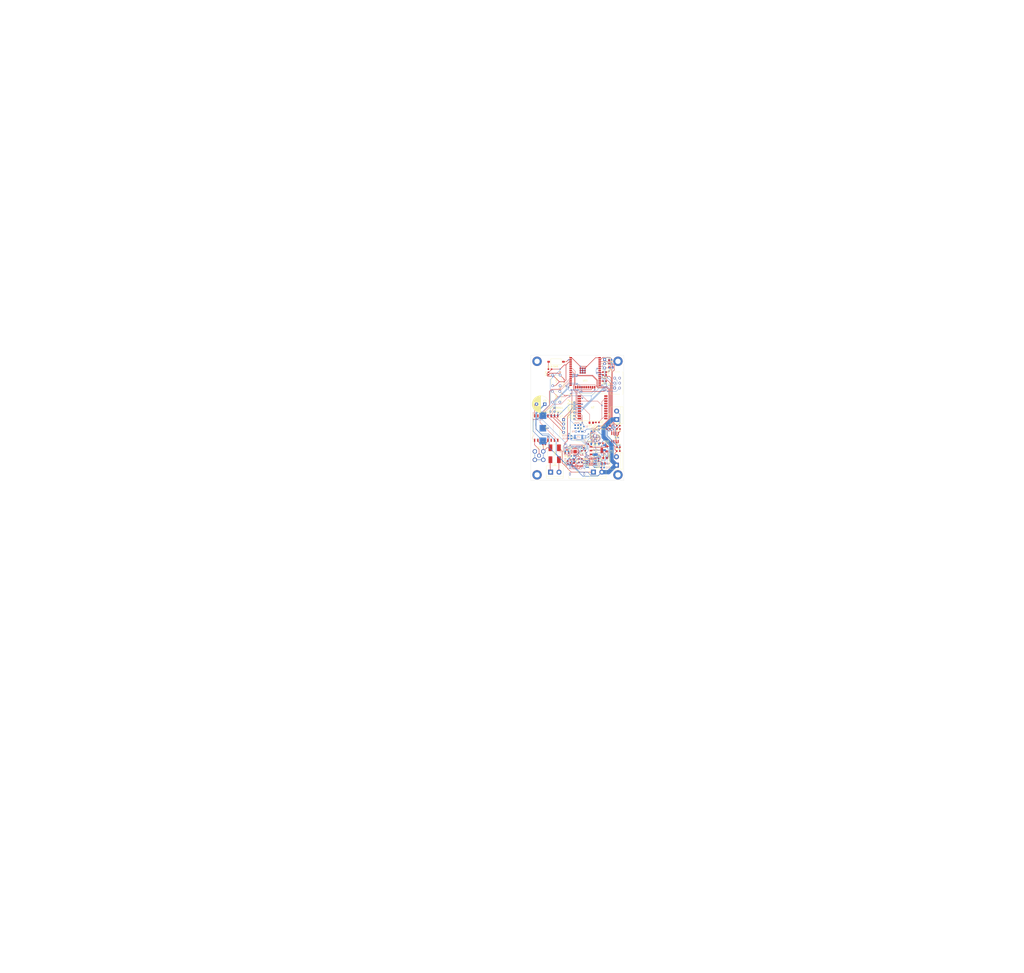
<source format=kicad_pcb>
(kicad_pcb (version 20240108) (generator "pcbnew") (generator_version "8.0")
  (layers (0 "F.Cu" signal) (1 "In1.Cu" signal) (2 "In2.Cu" signal) (31 "B.Cu" signal) (34 "B.Paste" user) (35 "F.Paste" user) (36 "B.SilkS" user "B.Silkscreen") (37 "F.SilkS" user "F.Silkscreen") (38 "B.Mask" user) (39 "F.Mask" user) (44 "Edge.Cuts" user))
  (net 0 "")
  (net 1 "Net-(J1-Pin_2)")
  (net 2 "Net-(J1-Pin_1)")
  (net 3 "Earth")
  (net 4 "Net-(D1-K)")
  (net 5 "Net-(D2-K)")
  (net 6 "Net-(U7-ANT)")
  (net 7 "/DN")
  (net 8 "Net-(Q5-B)")
  (net 9 "Net-(U11-IO16)")
  (net 10 "+7.5V")
  (net 11 "Net-(SW1-A)")
  (net 12 "/fix")
  (net 14 "Net-(U6-USBDP)")
  (net 15 "Net-(U6-USBDM)")
  (net 16 "/I2C_SCL")
  (net 17 "/I2C_SDA")
  (net 18 "/SPICLK")
  (net 19 "/gps_tx")
  (net 21 "/SPI_MISO")
  (net 25 "Net-(BT1-+)")
  (net 30 "/gps_rx")
  (net 33 "/UART_RX")
  (net 36 "/SPI_MOSI")
  (net 40 "/UART_TX")
  (net 43 "+3.3V")
  (net 44 "Net-(U5-REGOUT)")
  (net 47 "+1V8")
  (net 59 "/BARO_INT")
  (net 62 "/cs_sd")
  (net 65 "/DP")
  (net 70 "Net-(J4-Pin_2)")
  (net 76 "/TDO")
  (net 79 "/flash")
  (net 83 "Net-(J5-Pin_2)")
  (net 84 "Net-(Q3-B)")
  (net 85 "/VCC")
  (net 86 "Net-(Q1-C)")
  (net 88 "Net-(Q1-B)")
  (net 89 "Net-(Q2-Pad2)")
  (net 90 "Net-(Q2-Pad4)")
  (net 91 "/piezo")
  (net 92 "/Drouge")
  (net 93 "/Main")
  (net 94 "/cont drouge")
  (net 95 "/cont main")
  (net 96 "/LORA_CS")
  (net 97 "/LORA_Reset")
  (net 102 "/LORA_Data02")
  (net 105 "Net-(D3-K)")
  (net 106 "Net-(D4-K)")
  (net 107 "Net-(Q3-E)")
  (net 108 "/VBUS")
  (net 109 "/Detect")
  (net 111 "Net-(Q4-B)")
  (net 112 "Net-(Q4-C)")
  (net 113 "/reset")
  (net 114 "Net-(U5-SDA{slash}SDI)")
  (net 115 "Net-(U5-SCL{slash}SCLK)")
  (net 116 "Net-(R19-Pad1)")
  (net 117 "Net-(U8-CSB)")
  (net 118 "Net-(U12-CSB)")
  (net 119 "Net-(U12-SDO)")
  (footprint "TestPoint:TestPoint_THTPad_1.0x1.0mm_Drill0.5mm" (layer "F.Cu") (at 151 82.5)
    (property "Reference" "CLK1")
    (property "Value" "TestPoint_Small")
  )
  (footprint "Resistor_SMD:R_0603_1608Metric_Pad0.98x0.95mm_HandSolder" (layer "F.Cu") (at 183.710918 58.622)
    (property "Reference" "R16")
    (property "Value" "100k")
  )
  (footprint "TestPoint:TestPoint_THTPad_1.0x1.0mm_Drill0.5mm" (layer "F.Cu") (at 165.5 77)
    (property "Reference" "PWR1")
    (property "Value" "TestPoint_Small")
  )
  (footprint "Resistor_SMD:R_0603_1608Metric_Pad0.98x0.95mm_HandSolder" (layer "F.Cu") (at 174.75 102 180)
    (property "Reference" "R31")
    (property "Value" "100k")
  )
  (footprint "Resistor_SMD:R_0603_1608Metric_Pad0.98x0.95mm_HandSolder" (layer "F.Cu") (at 169.188798 113.1638)
    (property "Reference" "R7")
    (property "Value" "27R")
  )
  (footprint "TestPoint:TestPoint_THTPad_1.0x1.0mm_Drill0.5mm" (layer "F.Cu") (at 180.25 91.25)
    (property "Reference" "SCL1")
    (property "Value" "TestPoint_Small")
  )
  (footprint "TR3_V1:" (layer "F.Cu") (at 143.262 52.252)
    (property "Reference" "")
    (property "Value" "")
  )
  (footprint "TR3_V1:XDCR_PS1240P02BT" (layer "F.Cu") (at 169 94.5)
    (property "Reference" "LS1")
    (property "Value" "PS1240P02BT")
  )
  (footprint "TestPoint:TestPoint_THTPad_1.0x1.0mm_Drill0.5mm" (layer "F.Cu") (at 165.5 87)
    (property "Reference" "TX2")
    (property "Value" "TestPoint_Small")
  )
  (footprint "TR3_V1:ADXL375BCCZ_footprint_N" (layer "F.Cu") (at 176.55 112.370901 90)
    (property "Reference" "U4")
    (property "Value" "High g Acceleromter")
  )
  (footprint "TR3_V1:USB4105_GCT" (layer "F.Cu") (at 167.129998 122.7336)
    (property "Reference" "J2")
    (property "Value" "USB4105-GF-A")
  )
  (footprint "TR3_V1:SOT223_STM" (layer "F.Cu") (at 178.764783 106 -90)
    (property "Reference" "U3")
    (property "Value" "LDL1117S33R")
  )
  (footprint "Connector_Molex:Molex_Micro-Fit_3.0_43045-0612_2x03_P3.00mm_Vertical" (layer "F.Cu") (at 189.81 68.25 90)
    (property "Reference" "J6")
    (property "Value" "SD Molex")
  )
  (footprint "TR3_V1:150080RS75000_WRE" (layer "F.Cu") (at 187.54775 55.75 180)
    (property "Reference" "D4")
    (property "Value" "LED")
  )
  (footprint "Resistor_SMD:R_0603_1608Metric_Pad0.98x0.95mm_HandSolder" (layer "F.Cu") (at 191.989989 90.969407)
    (property "Reference" "R12")
    (property "Value" "100")
  )
  (footprint "TR3_V1:" (layer "F.Cu") (at 190.5 120.65)
    (property "Reference" "")
    (property "Value" "")
  )
  (footprint "Connector_PinSocket_2.54mm:PinSocket_1x03_P2.54mm_Vertical" (layer "F.Cu") (at 183.75 51.042)
    (property "Reference" "J3")
    (property "Value" "Conn_01x03_Pin")
  )
  (footprint "Capacitor_SMD:C_0805_2012Metric" (layer "F.Cu") (at 183.05 113.75 180)
    (property "Reference" "C2")
    (property "Value" "10 uF")
  )
  (footprint "TestPoint:TestPoint_THTPad_1.0x1.0mm_Drill0.5mm" (layer "F.Cu") (at 165.5 85)
    (property "Reference" "RX2")
    (property "Value" "TestPoint_Small")
  )
  (footprint "TerminalBlock:TerminalBlock_bornier-2_P5.08mm" (layer "F.Cu") (at 176.990583 118.970001)
    (property "Reference" "SW1")
    (property "Value" "SW_SPST")
  )
  (footprint "RF_Module:ESP32-WROOM-32E" (layer "F.Cu") (at 172.012 55.262)
    (property "Reference" "U11")
    (property "Value" "ESP32-WROOM-32E-N8")
  )
  (footprint "Resistor_SMD:R_0603_1608Metric_Pad0.98x0.95mm_HandSolder" (layer "F.Cu") (at 181.8375 101.5)
    (property "Reference" "R30")
    (property "Value" "10k")
  )
  (footprint "TestPoint:TestPoint_THTPad_1.0x1.0mm_Drill0.5mm" (layer "F.Cu") (at 165.5 79)
    (property "Reference" "GND1")
    (property "Value" "TestPoint_Small")
  )
  (footprint "Capacitor_SMD:C_1206_3216Metric" (layer "F.Cu") (at 184.990583 104.970001 -90)
    (property "Reference" "C1")
    (property "Value" "100 uF")
  )
  (footprint "TestPoint:TestPoint_THTPad_1.0x1.0mm_Drill0.5mm" (layer "F.Cu") (at 153.5 82.5)
    (property "Reference" "MISO1")
    (property "Value" "TestPoint_Small")
  )
  (footprint "TR3_V1:SMT_BJT_SP2" (layer "F.Cu") (at 171.024999 105.194999)
    (property "Reference" "Q3")
    (property "Value" "NPN")
  )
  (footprint "Capacitor_THT:CP_Radial_D10.0mm_P5.00mm" (layer "F.Cu") (at 147.655677 77.978 180)
    (property "Reference" "C3")
    (property "Value" "2200 uF")
  )
  (footprint "TR3_V1:FT231XQ-R_footprint_N" (layer "F.Cu") (at 165.938799 106.6561)
    (property "Reference" "U6")
    (property "Value" "FT231XQ-R")
  )
  (footprint "TR3_V1:CAP_CL05_SAM" (layer "F.Cu") (at 173 113.25 90)
    (property "Reference" "C7" (hide yes))
    (property "Value" "0.1 uF")
  )
  (footprint "TerminalBlock:TerminalBlock_bornier-2_P5.08mm" (layer "F.Cu") (at 191 87.25 90)
    (property "Reference" "J5")
    (property "Value" "Screw_Terminal_01x02")
  )
  (footprint "Resistor_SMD:R_0603_1608Metric_Pad0.98x0.95mm_HandSolder" (layer "F.Cu") (at 187.989989 103.881907 90)
    (property "Reference" "R1")
    (property "Value" "1500 Ohm")
  )
  (footprint "TestPoint:TestPoint_THTPad_1.0x1.0mm_Drill0.5mm" (layer "F.Cu") (at 165.5 81)
    (property "Reference" "TX1")
    (property "Value" "TestPoint_Small")
  )
  (footprint "TestPoint:TestPoint_THTPad_1.0x1.0mm_Drill0.5mm" (layer "F.Cu") (at 153.5 80.25)
    (property "Reference" "MOSI1")
    (property "Value" "TestPoint_Small")
  )
  (footprint "Resistor_SMD:R_0603_1608Metric_Pad0.98x0.95mm_HandSolder" (layer "F.Cu") (at 183.728918 60.372)
    (property "Reference" "R22")
    (property "Value" "100k")
  )
  (footprint "TestPoint:TestPoint_THTPad_1.0x1.0mm_Drill0.5mm" (layer "F.Cu") (at 165.5 83)
    (property "Reference" "RX1")
    (property "Value" "TestPoint_Small")
  )
  (footprint "TR3_V1:SMT_BJT_SP2" (layer "F.Cu") (at 161.024999 106.555001)
    (property "Reference" "Q4")
    (property "Value" "NPN")
  )
  (footprint "TR3_V1:SW_TS02-66-50-BK-XXX-LCR-D_CUD" (layer "F.Cu") (at 156.890418 60.412 -90)
    (property "Reference" "SW4")
    (property "Value" "reset")
  )
  (footprint "Connector_PinSocket_2.54mm:PinSocket_1x04_P2.54mm_Vertical" (layer "F.Cu") (at 159.004 87.376)
    (property "Reference" "J7")
    (property "Value" "Conn_01x04_Pin")
  )
  (footprint "TR3_V1:150080RS75000_WRE" (layer "F.Cu") (at 175.70225 89.2 180)
    (property "Reference" "D2")
    (property "Value" "LED")
  )
  (footprint "Resistor_SMD:R_0603_1608Metric_Pad0.98x0.95mm_HandSolder" (layer "F.Cu") (at 192.0005 106.2736)
    (property "Reference" "R15")
    (property "Value" "130k")
  )
  (footprint "Resistor_SMD:R_0603_1608Metric_Pad0.98x0.95mm_HandSolder" (layer "F.Cu") (at 183.710918 64.062)
    (property "Reference" "R21")
    (property "Value" "10k")
  )
  (footprint "TR3_V1:CAP_CL05_SAM" (layer "F.Cu") (at 170.0472 108.7638)
    (property "Reference" "C13")
    (property "Value" "100 nf")
  )
  (footprint "TR3_V1:Z4DGP406L-HF_footprint_N" (layer "F.Cu") (at 153.6173 107.9059 -90)
    (property "Reference" "BR1")
    (property "Value" "Z4DGP406L-HF")
  )
  (footprint "TR3_V1:CAP_CL05_SAM" (layer "F.Cu") (at 160.4 72.7)
    (property "Reference" "C5")
    (property "Value" "0.1 uF")
  )
  (footprint "Resistor_SMD:R_0603_1608Metric_Pad0.98x0.95mm_HandSolder" (layer "F.Cu") (at 169.176298 111.0388)
    (property "Reference" "R8")
    (property "Value" "27R")
  )
  (footprint "TR3_V1:150080RS75000_WRE" (layer "F.Cu") (at 186.5 52.5 -90)
    (property "Reference" "D3")
    (property "Value" "LED")
  )
  (footprint "TR3_V1:QFN10_BMP581_BOS" (layer "F.Cu") (at 177.999999 100.226999 -90)
    (property "Reference" "U12")
    (property "Value" "BMP581")
  )
  (footprint "TR3_V1:" (layer "F.Cu") (at 143 120.65)
    (property "Reference" "")
    (property "Value" "")
  )
  (footprint "Capacitor_SMD:C_0603_1608Metric" (layer "F.Cu") (at 149.890418 59.462 90)
    (property "Reference" "C21")
    (property "Value" "1 uF")
  )
  (footprint "TR3_V1:COM-13909_footprint_N" (layer "F.Cu") (at 148.500001 92.4151 -90)
    (property "Reference" "U7")
    (property "Value" "COM-13909")
  )
  (footprint "TR3_V1:GRADCONN_RFPC-SMA28-F" (layer "F.Cu") (at 144.21 109.0218)
    (property "Reference" "AE1")
    (property "Value" "Antenna")
  )
  (footprint "TR3_V1:MOSFET_Smt_2_sp2" (layer "F.Cu") (at 189.989989 98.064407 -90)
    (property "Reference" "Q2")
    (property "Value" "AO4838")
  )
  (footprint "Capacitor_SMD:C_0603_1608Metric" (layer "F.Cu") (at 161.438798 113.0388 90)
    (property "Reference" "C12")
    (property "Value" "10 nf")
  )
  (footprint "TR3_V1:5186_footprint_N" (layer "F.Cu") (at 176.513 79.87713)
    (property "Reference" "U2")
    (property "Value" "5186")
  )
  (footprint "TR3_V1:SW_DS04-254-2-01BK-SMT" (layer "F.Cu") (at 154.420667 52.412 180)
    (property "Reference" "SW5")
    (property "Value" "Enable Switch")
  )
  (footprint "Resistor_SMD:R_0603_1608Metric_Pad0.98x0.95mm_HandSolder" (layer "F.Cu") (at 185.989989 92.969407)
    (property "Reference" "R11")
    (property "Value" "100")
  )
  (footprint "TR3_V1:CAP_CL05_SAM" (layer "F.Cu") (at 177 97.25 -90)
    (property "Reference" "C23")
    (property "Value" "0.1 uF")
  )
  (footprint "TR3_V1:FB_MI0805K400R-10" (layer "F.Cu") (at 165.188798 112.3638 90)
    (property "Reference" "FB1")
    (property "Value" "FerriteBead")
  )
  (footprint "TerminalBlock:TerminalBlock_bornier-2_P5.08mm" (layer "F.Cu") (at 190.881 114.808 90)
    (property "Reference" "J4")
    (property "Value" "Screw_Terminal_01x02")
  )
  (footprint "TR3_V1:CAP_CL05_SAM" (layer "F.Cu") (at 179 97.25 90)
    (property "Reference" "C24")
    (property "Value" "0.1 uF")
  )
  (footprint "Capacitor_SMD:C_0603_1608Metric" (layer "F.Cu") (at 180.086 111.5 -90)
    (property "Reference" "C6")
    (property "Value" "1 uF")
  )
  (footprint "TR3_V1:150080RS75000_WRE" (layer "F.Cu") (at 184.037739 110.469407 180)
    (property "Reference" "D1")
    (property "Value" "LED")
  )
  (footprint "Resistor_SMD:R_0603_1608Metric_Pad0.98x0.95mm_HandSolder" (layer "F.Cu") (at 163.188798 112.4263 90)
    (property "Reference" "R10")
    (property "Value" "10k")
  )
  (footprint "Resistor_SMD:R_0603_1608Metric_Pad0.98x0.95mm_HandSolder" (layer "F.Cu") (at 179.4125 89)
    (property "Reference" "R2")
    (property "Value" "1.5K Ohm")
  )
  (footprint "Resistor_SMD:R_0603_1608Metric_Pad0.98x0.95mm_HandSolder" (layer "F.Cu") (at 185.989989 90.969407 180)
    (property "Reference" "R13")
    (property "Value" "10k")
  )
  (footprint "TerminalBlock:TerminalBlock_bornier-2_P5.08mm" (layer "F.Cu") (at 151.17 119)
    (property "Reference" "J1")
    (property "Value" "Screw_Terminal_01x02")
  )
  (footprint "Capacitor_SMD:C_0603_1608Metric" (layer "F.Cu") (at 147.25 102.25)
    (property "Reference" "C4")
    (property "Value" "1 uF")
  )
  (footprint "TR3_V1:" (layer "F.Cu") (at 191.782 52.122)
    (property "Reference" "")
    (property "Value" "")
  )
  (footprint "TestPoint:TestPoint_THTPad_1.0x1.0mm_Drill0.5mm" (layer "F.Cu") (at 180.25 93.25)
    (property "Reference" "SDA1")
    (property "Value" "TestPoint_Small")
  )
  (footprint "Resistor_SMD:R_0603_1608Metric_Pad0.98x0.95mm_HandSolder" (layer "F.Cu") (at 192.077489 103.969407)
    (property "Reference" "R17")
    (property "Value" "130k")
  )
  (footprint "Resistor_SMD:R_0603_1608Metric_Pad0.98x0.95mm_HandSolder" (layer "F.Cu") (at 150.7725 56.896)
    (property "Reference" "R19")
    (property "Value" "10k")
  )
  (footprint "TR3_V1:CAP_CL05_SAM" (layer "F.Cu") (at 159.370667 63.912 -90)
    (property "Reference" "C22")
    (property "Value" "0.1 uF")
  )
  (footprint "TR3_V1:SW_TS02-66-50-BK-XXX-LCR-D_CUD" (layer "F.Cu") (at 156.75 70.25 -90)
    (property "Reference" "SW2")
    (property "Value" "reset")
  )
  (footprint "Resistor_SMD:R_0603_1608Metric_Pad0.98x0.95mm_HandSolder" (layer "F.Cu") (at 192.077489 92.969407 180)
    (property "Reference" "R14")
    (property "Value" "10k")
  )
  (footprint "TR3_V1:TMP1075DGKR_footprint_N" (layer "B.Cu") (at 168.024998 97.725002)
    (property "Reference" "U9")
    (property "Value" "TMP1075DGKR")
  )
  (footprint "Resistor_SMD:R_0603_1608Metric_Pad0.98x0.95mm_HandSolder" (layer "B.Cu") (at 176.75 94.25 180)
    (property "Reference" "R29")
    (property "Value" "10k")
  )
  (footprint "Resistor_SMD:R_0603_1608Metric_Pad0.98x0.95mm_HandSolder" (layer "B.Cu") (at 166 91.5875 90)
    (property "Reference" "R4")
    (property "Value" "100")
  )
  (footprint "TR3_V1:BAT_BK-885" (layer "B.Cu") (at 146.5 92.5 -90)
    (property "Reference" "BT1")
    (property "Value" "3.0 Coin Cell")
  )
  (footprint "TR3_V1:MOSFET_Smt_2_sp2" (layer "B.Cu") (at 175.825 114.105 180)
    (property "Reference" "Q6")
    (property "Value" "AO4838")
  )
  (footprint "TR3_V1:QFN40P300X300X105-24N" (layer "B.Cu") (at 182.7975 110.245 90)
    (property "Reference" "U5")
    (property "Value" "ICM-20948")
  )
  (footprint "Resistor_SMD:R_0603_1608Metric_Pad0.98x0.95mm_HandSolder" (layer "B.Cu") (at 188 52.25 90)
    (property "Reference" "R23")
    (property "Value" "1500 Ohm")
  )
  (footprint "TR3_V1:QFN10_BMP581_BOS" (layer "B.Cu") (at 178.023001 97.249999 90)
    (property "Reference" "U8")
    (property "Value" "BMP581")
  )
  (footprint "Resistor_SMD:R_0603_1608Metric_Pad0.98x0.95mm_HandSolder" (layer "B.Cu") (at 187.6625 56 180)
    (property "Reference" "R24")
    (property "Value" "1500 Ohm")
  )
  (footprint "TR3_V1:CAP_CL05_SAM" (layer "B.Cu") (at 161.688798 112.2638 90)
    (property "Reference" "C8")
    (property "Value" "0.1 uF")
  )
  (footprint "Resistor_SMD:R_0603_1608Metric_Pad0.98x0.95mm_HandSolder" (layer "B.Cu") (at 167.75 91.5875 -90)
    (property "Reference" "R5")
    (property "Value" "10k")
  )
  (footprint "TR3_V1:SMT_BJT_SP2" (layer "B.Cu") (at 170.305 91.5 90)
    (property "Reference" "Q1")
    (property "Value" "NPN")
  )
  (footprint "Resistor_SMD:R_0603_1608Metric" (layer "B.Cu") (at 164.513798 109.2638)
    (property "Reference" "R9")
    (property "Value" "1k")
  )
  (footprint "TR3_V1:CAP_CL05_SAM" (layer "B.Cu") (at 162.741598 114.0138 180)
    (property "Reference" "C9")
    (property "Value" "0.1 uF")
  )
  (footprint "Resistor_SMD:R_0603_1608Metric_Pad0.98x0.95mm_HandSolder" (layer "B.Cu") (at 162.8375 98.75)
    (property "Reference" "R18")
    (property "Value" "4.7k")
  )
  (footprint "TR3_V1:SOT223_STM" (layer "B.Cu") (at 178 105.2258)
    (property "Reference" "U10")
    (property "Value" "LM1117MPX-1.8/NOPB")
  )
  (footprint "Capacitor_SMD:C_1206_3216Metric" (layer "B.Cu") (at 183.75 104.225 -90)
    (property "Reference" "C17")
    (property "Value" "100 uF")
  )
  (footprint "Resistor_SMD:R_0603_1608Metric_Pad0.98x0.95mm_HandSolder" (layer "B.Cu") (at 169.1625 94.5 180)
    (property "Reference" "R6")
    (property "Value" "1.5k")
  )
  (footprint "Resistor_SMD:R_0603_1608Metric_Pad0.98x0.95mm_HandSolder" (layer "B.Cu") (at 182.5 116.25 180)
    (property "Reference" "R32")
    (property "Value" "1.5k")
  )
  (footprint "TR3_V1:G-155_MUR" (layer "B.Cu") (at 169.234898 113.0138)
    (property "Reference" "C11")
    (property "Value" "47pf")
  )
  (footprint "TR3_V1:SMT_BJT_SP2" (layer "B.Cu") (at 164.75 111.75 180)
    (property "Reference" "Q5")
    (property "Value" "NPN")
  )
  (footprint "TR3_V1:CAP_CL05_SAM" (layer "B.Cu") (at 185.9 109.7 90)
    (property "Reference" "C20")
    (property "Value" "0.1 uF")
  )
  (footprint "TR3_V1:CAP_CL05_SAM" (layer "B.Cu") (at 177.673 99.7264 90)
    (property "Reference" "C14")
    (property "Value" "0.1 uF")
  )
  (footprint "TR3_V1:CAP_CL05_SAM" (layer "B.Cu") (at 179.0472 110.3)
    (property "Reference" "C18")
    (property "Value" "0.1 uF")
  )
  (footprint "Resistor_SMD:R_0603_1608Metric_Pad0.98x0.95mm_HandSolder" (layer "B.Cu") (at 162.8 97.075)
    (property "Reference" "R20")
    (property "Value" "4.7k")
  )
  (footprint "TR3_V1:CAP_CL05_SAM" (layer "B.Cu") (at 172.299999 97.75 -90)
    (property "Reference" "C16")
    (property "Value" "0.1 uF")
  )
  (footprint "Resistor_SMD:R_0603_1608Metric_Pad0.98x0.95mm_HandSolder" (layer "B.Cu") (at 161 106.5 180)
    (property "Reference" "R26")
    (property "Value" "10k")
  )
  (footprint "TR3_V1:CAP_CL05_SAM" (layer "B.Cu") (at 178.816 99.7398 -90)
    (property "Reference" "C15")
    (property "Value" "0.1 uF")
  )
  (footprint "Resistor_SMD:R_0603_1608Metric_Pad0.98x0.95mm_HandSolder" (layer "B.Cu") (at 170.75 104.5)
    (property "Reference" "R27")
    (property "Value" "10k")
  )
  (footprint "TR3_V1:G-155_MUR" (layer "B.Cu") (at 169.238798 111.1638)
    (property "Reference" "C10")
    (property "Value" "47pf")
  )
  (footprint "TR3_V1:CAP_CL05_SAM" (layer "B.Cu") (at 180.1 112.0528 -90)
    (property "Reference" "C19")
    (property "Value" "0.1 uF")
  )
  (footprint "Resistor_SMD:R_0603_1608Metric_Pad0.98x0.95mm_HandSolder" (layer "B.Cu") (at 182.5125 113.9 180)
    (property "Reference" "R33")
    (property "Value" "1.5k")
  )
  (gr_rect (start 139.246 48.514) (end 195.398 123.9812) (stroke (width 0.1)) (fill none) (layer "Edge.Cuts"))
  (gr_text "GPS\n" (at 162.56 86.614 90) (layer "F.SilkS") (effects (font (size 1 1)) (justify left bottom)))
  (gr_text "POWER" (at 185.75 107.25 -90) (layer "F.SilkS") (effects (font (size 1 1)) (justify left bottom)))
  (gr_text "UART" (at 162.56 82.804 90) (layer "F.SilkS") (effects (font (size 1 1)) (justify left bottom)))
  (gr_text "C7" (at 171.75 115.5 0) (layer "F.SilkS") (effects (font (size 1 1)) (justify left bottom)))
  (gr_text "SPI\n" (at 150.135323 80.853 0) (layer "F.SilkS") (effects (font (size 1 1)) (justify left bottom)))
  (gr_text "I2C\n" (at 176.75 91.44 0) (layer "F.SilkS") (effects (font (size 1 1)) (justify left bottom)))
  (segment (start 156.17 118.92) (end 156.25 119) (width 0.25) (layer "F.Cu") (net 1))
  (segment (start 156.17 111.5) (end 156.17 118.92) (width 0.25) (layer "F.Cu") (net 1))
  (segment (start 155.240583 111.58) (end 155.160583 111.5) (width 0.300387) (layer "F.Cu") (net 1))
  (segment (start 150.92 109.553017) (end 150.92 118.240583) (width 0.300387) (layer "F.Cu") (net 2))
  (segment (start 150.055183 111.5) (end 150.92 112.364817) (width 0.300387) (layer "F.Cu") (net 2))
  (segment (start 191.894989 96.574406) (end 191.544794 96.924601) (width 0.300387) (layer "F.Cu") (net 3))
  (segment (start 163.139998 116.830839) (end 163.520759 117.2116) (width 0.1) (layer "F.Cu") (net 3))
  (segment (start 169.112 57.722) (end 170.512 57.722) (width 0.25) (layer "F.Cu") (net 3))
  (segment (start 170.512 56.322) (end 169.112 56.322) (width 0.25) (layer "F.Cu") (net 3))
  (segment (start 174.172902 114.975702) (end 176.524298 114.975702) (width 0.25) (layer "F.Cu") (net 3))
  (segment (start 146.75 106.4818) (end 148.92 104.3118) (width 0.25) (layer "F.Cu") (net 3))
  (segment (start 180 110.725) (end 180 110.9472) (width 0.15) (layer "F.Cu") (net 3))
  (segment (start 191.544794 97.25) (end 191.544794 96.924601) (width 0.300387) (layer "F.Cu") (net 3))
  (segment (start 185.554596 113.954595) (end 184.454595 113.954595) (width 0.15) (layer "F.Cu") (net 3))
  (segment (start 163.139998 115.85605) (end 163.139998 116.830839) (width 0.1) (layer "F.Cu") (net 3))
  (segment (start 149.890418 60.237) (end 150.818418 59.309) (width 0.300387) (layer "F.Cu") (net 3))
  (segment (start 183.86888 85.13112) (end 184.514 85.13112) (width 0.15) (layer "F.Cu") (net 3))
  (segment (start 176.949999 114.550001) (end 176.949999 114.541803) (width 0.25) (layer "F.Cu") (net 3))
  (segment (start 163.463098 106.6561) (end 163.25 106.869198) (width 0.15) (layer "F.Cu") (net 3))
  (segment (start 171.912 59.122) (end 170.512 59.122) (width 0.25) (layer "F.Cu") (net 3))
  (segment (start 156.890418 60.481751) (end 156.890418 60.412) (width 0.300387) (layer "F.Cu") (net 3))
  (segment (start 191.875 98.125) (end 191.544794 97.794794) (width 0.300387) (layer "F.Cu") (net 3))
  (segment (start 176.150001 111) (end 176.150001 110.2911) (width 0.15) (layer "F.Cu") (net 3))
  (segment (start 170.863798 114.53225) (end 169.901048 115.495) (width 0.15) (layer "F.Cu") (net 3))
  (segment (start 170.6 108.7638) (end 170.6 108) (width 0.15) (layer "F.Cu") (net 3))
  (segment (start 155.5 83.26) (end 155.702 83.058) (width 0.15) (layer "F.Cu") (net 3))
  (segment (start 175.921486 100.373919) (end 176.035272 100.373919) (width 0.15) (layer "F.Cu") (net 3))
  (segment (start 164.046499 106.6561) (end 163.463098 106.6561) (width 0.15) (layer "F.Cu") (net 3))
  (segment (start 179.49928 76.12428) (end 182.125 78.75) (width 0.15) (layer "F.Cu") (net 3))
  (segment (start 165.5 78.58882) (end 165.5 79) (width 0.15) (layer "F.Cu") (net 3))
  (segment (start 191.894989 95.589407) (end 191.894989 96.574406) (width 0.300387) (layer "F.Cu") (net 3))
  (segment (start 191.544794 97.219395) (end 191.25 96.924601) (width 0.300387) (layer "F.Cu") (net 3))
  (segment (start 169.02 83.62998) (end 168.512 83.62998) (width 0.15) (layer "F.Cu") (net 3))
  (segment (start 163.501048 115.495) (end 163.139998 115.85605) (width 0.1) (layer "F.Cu") (net 3))
  (segment (start 144.6 101.5) (end 143.500001 100.400001) (width 0.25) (layer "F.Cu") (net 3))
  (segment (start 175.5375 103.7) (end 173.8375 102) (width 0.300387) (layer "F.Cu") (net 3))
  (segment (start 175.35 113.032902) (end 176.150001 112.232901) (width 0.15) (layer "F.Cu") (net 3))
  (segment (start 191.544794 96.924601) (end 191.25 96.924601) (width 0.300387) (layer "F.Cu") (net 3))
  (segment (start 172.977209 55.256791) (end 178.232 50.002) (width 0.300387) (layer "F.Cu") (net 3))
  (segment (start 175.977298 97.719902) (end 175.977298 98.227298) (width 0.25) (layer "F.Cu") (net 3))
  (segment (start 166.297 69.017025) (end 173.404255 76.12428) (width 0.15) (layer "F.Cu") (net 3))
  (segment (start 170.863798 114.25) (end 170.863798 114.136202) (width 0.15) (layer "F.Cu") (net 3))
  (segment (start 165.938799 106.6561) (end 164.046499 106.6561) (width 0.15) (layer "F.Cu") (net 3))
  (segment (start 170.512 56.322) (end 170.512 57.722) (width 0.25) (layer "F.Cu") (net 3))
  (segment (start 184.25 101.75) (end 184.990583 102.490583) (width 0.300387) (layer "F.Cu") (net 3))
  (segment (start 171.912 57.722) (end 170.512 57.722) (width 0.25) (layer "F.Cu") (net 3))
  (segment (start 175.35 113.741802) (end 175.35 113.032902) (width 0.15) (layer "F.Cu") (net 3))
  (segment (start 176.150001 110.150001) (end 176.150001 111) (width 0.15) (layer "F.Cu") (net 3))
  (segment (start 157.320665 66.912002) (end 156.890418 66.912002) (width 0.300387) (layer "F.Cu") (net 3))
  (segment (start 145.725 101.5) (end 144.6 101.5) (width 0.25) (layer "F.Cu") (net 3))
  (segment (start 180.325 89) (end 180.325 88.675) (width 0.15) (layer "F.Cu") (net 3))
  (segment (start 189.705184 96.924601) (end 189.354989 96.574406) (width 0.300387) (layer "F.Cu") (net 3))
  (segment (start 192.989989 94.494407) (end 191.894989 95.589407) (width 0.300387) (layer "F.Cu") (net 3))
  (segment (start 183.96654 74.62314) (end 182.125 76.46468) (width 0.15) (layer "F.Cu") (net 3))
  (segment (start 179.275 110) (end 180 110.725) (width 0.15) (layer "F.Cu") (net 3))
  (segment (start 170.512 59.122) (end 169.112 59.122) (width 0.25) (layer "F.Cu") (net 3))
  (segment (start 155.787418 59.309) (end 156.890418 60.412) (width 0.300387) (layer "F.Cu") (net 3))
  (segment (start 180.325 88.675) (end 182.125 86.875) (width 0.15) (layer "F.Cu") (net 3))
  (segment (start 179.972505 96.6972) (end 180.975 97.699695) (width 0.25) (layer "F.Cu") (net 3))
  (segment (start 146.75 106.4818) (end 146.75 102.525) (width 0.25) (layer "F.Cu") (net 3))
  (segment (start 189.354989 96.574406) (end 189.354989 95.589407) (width 0.300387) (layer "F.Cu") (net 3))
  (segment (start 160.527379 113.093721) (end 161.3573 112.2638) (width 0.15) (layer "F.Cu") (net 3))
  (segment (start 176.150001 112.232901) (end 176.150001 111) (width 0.15) (layer "F.Cu") (net 3))
  (segment (start 184.623418 58.312) (end 184.623418 60.062) (width 0.25) (layer "F.Cu") (net 3))
  (segment (start 167.831099 106.6561) (end 165.938799 106.6561) (width 0.15) (layer "F.Cu") (net 3))
  (segment (start 163.892388 50.002) (end 169.112 55.221612) (width 0.300387) (layer "F.Cu") (net 3))
  (segment (start 184.485584 104) (end 184.990583 103.495001) (width 0.300387) (layer "F.Cu") (net 3))
  (segment (start 175.538983 103.7) (end 175.838983 104) (width 0.300387) (layer "F.Cu") (net 3))
  (segment (start 169.839237 117.2116) (end 170.287649 116.763188) (width 0.1) (layer "F.Cu") (net 3))
  (segment (start 176.682191 99.727) (end 177.226998 99.727) (width 0.15) (layer "F.Cu") (net 3))
  (segment (start 184.990583 102.490583) (end 184.990583 103.495001) (width 0.300387) (layer "F.Cu") (net 3))
  (segment (start 182.125 86.875) (end 183.86888 85.13112) (width 0.15) (layer "F.Cu") (net 3))
  (segment (start 171.912 57.722) (end 171.912 56.322) (width 0.25) (layer "F.Cu") (net 3))
  (segment (start 191.25 96.924601) (end 189.705184 96.924601) (width 0.300387) (layer "F.Cu") (net 3))
  (segment (start 175.538983 103.7) (end 175.5375 103.7) (width 0.300387) (layer "F.Cu") (net 3))
  (segment (start 170.287649 116.763188) (end 170.287649 115.881601) (width 0.1) (layer "F.Cu") (net 3))
  (segment (start 184.514 74.62314) (end 183.96654 74.62314) (width 0.15) (layer "F.Cu") (net 3))
  (segment (start 156.75 70.25) (end 159.2 72.7) (width 0.15) (layer "F.Cu") (net 3))
  (segment (start 179 96.6972) (end 179.972505 96.6972) (width 0.25) (layer "F.Cu") (net 3))
  (segment (start 159.370667 62.962) (end 156.890418 60.481751) (width 0.300387) (layer "F.Cu") (net 3))
  (segment (start 191.544794 97.794794) (end 191.544794 97.25) (width 0.300387) (layer "F.Cu") (net 3))
  (segment (start 175.35 111) (end 176.150001 111) (width 0.15) (layer "F.Cu") (net 3))
  (segment (start 172.94203 55.221612) (end 172.977209 55.256791) (width 0.300387) (layer "F.Cu") (net 3))
  (segment (start 176.150001 110.2911) (end 176.441101 110) (width 0.15) (layer "F.Cu") (net 3))
  (segment (start 171.912 59.122) (end 171.912 57.722) (width 0.25) (layer "F.Cu") (net 3))
  (segment (start 171.912 56.322) (end 172.977209 55.256791) (width 0.300387) (layer "F.Cu") (net 3))
  (segment (start 171.25 113.75) (end 172.9472 113.75) (width 0.25) (layer "F.Cu") (net 3))
  (segment (start 170.25 84.85998) (end 169.02 83.62998) (width 0.15) (layer "F.Cu") (net 3))
  (segment (start 180.975 99.1306) (end 180.3028 99.8028) (width 0.25) (layer "F.Cu") (net 3))
  (segment (start 176.524298 114.975702) (end 176.949999 114.550001) (width 0.25) (layer "F.Cu") (net 3))
  (segment (start 171.912 56.322) (end 170.512 56.322) (width 0.25) (layer "F.Cu") (net 3))
  (segment (start 179.378602 100.726998) (end 178.773 100.726998) (width 0.15) (layer "F.Cu") (net 3))
  (segment (start 169.112 55.221612) (end 172.94203 55.221612) (width 0.300387) (layer "F.Cu") (net 3))
  (segment (start 150.818418 59.309) (end 155.787418 59.309) (width 0.300387) (layer "F.Cu") (net 3))
  (segment (start 185.878 58.622) (end 186.5 58) (width 0.25) (layer "F.Cu") (net 3))
  (segment (start 182.125 76.46468) (end 182.125 78.75) (width 0.15) (layer "F.Cu") (net 3))
  (segment (start 176.949999 114.550001) (end 176.949999 113.741802) (width 0.25) (layer "F.Cu") (net 3))
  (segment (start 159.370667 63.3592) (end 159.370667 62.962) (width 0.300387) (layer "F.Cu") (net 3))
  (segment (start 176.035272 100.373919) (end 176.682191 99.727) (width 0.15) (layer "F.Cu") (net 3))
  (segment (start 170.863798 114.25) (end 170.863798 114.53225) (width 0.15) (layer "F.Cu") (net 3))
  (segment (start 163.25 106.869198) (end 163.25 108.25) (width 0.15) (layer "F.Cu") (net 3))
  (segment (start 176.441101 110) (end 179.275 110) (width 0.15) (layer "F.Cu") (net 3))
  (segment (start 175.35 110.55) (end 175.35 111) (width 0.15) (layer "F.Cu") (net 3))
  (segment (start 175.1 109.1) (end 176.150001 110.150001) (width 0.15) (layer "F.Cu") (net 3))
  (segment (start 163.262 50.002) (end 163.892388 50.002) (width 0.300387) (layer "F.Cu") (net 3))
  (segment (start 143.500001 100.400001) (end 143.500001 99.7684) (width 0.25) (layer "F.Cu") (net 3))
  (segment (start 146.75 102.525) (end 145.725 101.5) (width 0.25) (layer "F.Cu") (net 3))
  (segment (start 189.354989 95.589407) (end 189.354989 96.080595) (width 0.300387) (layer "F.Cu") (net 3))
  (segment (start 175.838983 104) (end 184.485584 104) (width 0.300387) (layer "F.Cu") (net 3))
  (segment (start 170.512 57.722) (end 170.512 59.122) (width 0.25) (layer "F.Cu") (net 3))
  (segment (start 155.5 85.0618) (end 155.5 83.26) (width 0.15) (layer "F.Cu") (net 3))
  (segment (start 184.454595 113.954595) (end 184.15 113.65) (width 0.15) (layer "F.Cu") (net 3))
  (segment (start 141.5 78.617677) (end 142.117677 78) (width 0.25) (layer "F.Cu") (net 3))
  (segment (start 170.25 89) (end 170.25 84.85998) (width 0.15) (layer "F.Cu") (net 3))
  (segment (start 161.3573 112.2638) (end 161.438798 112.2638) (width 0.15) (layer "F.Cu") (net 3))
  (segment (start 184.990583 103.495001) (end 187.464395 103.495001) (width 0.300387) (layer "F.Cu") (net 3))
  (segment (start 156.902798 76.750002) (end 156.75 76.750002) (width 0.25) (layer "F.Cu") (net 3))
  (segment (start 182.125 78.75) (end 182.125 86.875) (width 0.15) (layer "F.Cu") (net 3))
  (segment (start 148.92 104.3118) (end 151.0646 104.3118) (width 0.25) (layer "F.Cu") (net 3))
  (segment (start 169.112 55.221612) (end 169.112 56.322) (width 0.300387) (layer "F.Cu") (net 3))
  (segment (start 189.354989 95.589407) (end 189.354989 93.421907) (width 0.300387) (layer "F.Cu") (net 3))
  (segment (start 172.9472 113.75) (end 173 113.8028) (width 0.25) (layer "F.Cu") (net 3))
  (segment (start 191.544794 97.25) (end 191.544794 97.219395) (width 0.300387) (layer "F.Cu") (net 3))
  (segment (start 173.9 109.1) (end 175.1 109.1) (width 0.15) (layer "F.Cu") (net 3))
  (segment (start 192.989989 92.969407) (end 192.989989 94.494407) (width 0.300387) (layer "F.Cu") (net 3))
  (segment (start 177 96.6972) (end 175.977298 97.719902) (width 0.25) (layer "F.Cu") (net 3))
  (segment (start 187.464395 103.495001) (end 187.989989 102.969407) (width 0.300387) (layer "F.Cu") (net 3))
  (segment (start 173.9 109.1) (end 175.35 110.55) (width 0.15) (layer "F.Cu") (net 3))
  (segment (start 180.3028 99.8028) (end 179.378602 100.726998) (width 0.15) (layer "F.Cu") (net 3))
  (segment (start 141.5 85.0618) (end 141.5 78.617677) (width 0.25) (layer "F.Cu") (net 3))
  (segment (start 176.949999 114.541803) (end 177.75 113.741802) (width 0.25) (layer "F.Cu") (net 3))
  (segment (start 169.112 59.122) (end 169.112 57.722) (width 0.25) (layer "F.Cu") (net 3))
  (segment (start 170.863798 114.136202) (end 171.25 113.75) (width 0.15) (layer "F.Cu") (net 3))
  (segment (start 178.773 100.226999) (end 178.773 100.726998) (width 0.15) (layer "F.Cu") (net 3))
  (segment (start 173 113.8028) (end 174.172902 114.975702) (width 0.25) (layer "F.Cu") (net 3))
  (segment (start 166.297 67.762) (end 166.297 69.017025) (width 0.15) (layer "F.Cu") (net 3))
  (segment (start 169.112 57.722) (end 169.112 56.322) (width 0.25) (layer "F.Cu") (net 3))
  (segment (start 170.6 108) (end 170.4 107.8) (width 0.15) (layer "F.Cu") (net 3))
  (segment (start 189.354989 93.421907) (end 186.902489 90.969407) (width 0.300387) (layer "F.Cu") (net 3))
  (segment (start 163.520759 117.2116) (end 169.839237 117.2116) (width 0.1) (layer "F.Cu") (net 3))
  (segment (start 174 76.12428) (end 179.49928 76.12428) (width 0.15) (layer "F.Cu") (net 3))
  (segment (start 159.2 72.7) (end 159.8472 72.7) (width 0.15) (layer "F.Cu") (net 3))
  (segment (start 180.975 97.699695) (end 180.975 99.1306) (width 0.25) (layer "F.Cu") (net 3))
  (segment (start 168.512 76.12428) (end 174 76.12428) (width 0.15) (layer "F.Cu") (net 3))
  (segment (start 155.5 85.0618) (end 155.5282 85.09) (width 0.15) (layer "F.Cu") (net 3))
  (segment (start 184.623418 58.622) (end 185.878 58.622) (width 0.25) (layer "F.Cu") (net 3))
  (segment (start 178.232 50.002) (end 180.762 50.002) (width 0.300387) (layer "F.Cu") (net 3))
  (segment (start 170.287649 115.881601) (end 169.901048 115.495) (width 0.1) (layer "F.Cu") (net 3))
  (segment (start 163.25 108.25) (end 162.25 109.25) (width 0.15) (layer "F.Cu") (net 3))
  (segment (start 173.404255 76.12428) (end 174 76.12428) (width 0.15) (layer "F.Cu") (net 3))
  (via (at 173.9 109.1) (size 0.8) (drill 0.4) (layers "F.Cu" "B.Cu") (net 3))
  (via (at 174 96) (size 0.8) (drill 0.4) (layers "F.Cu" "B.Cu") (net 3))
  (via (at 170.4 107.8) (size 0.8) (drill 0.4) (layers "F.Cu" "B.Cu") (net 3))
  (via (at 160.527379 113.093721) (size 0.8) (drill 0.4) (layers "F.Cu" "B.Cu") (net 3))
  (via (at 191.875 98.125) (size 0.8) (drill 0.4) (layers "F.Cu" "B.Cu") (net 3))
  (via (at 162.25 109.25) (size 0.8) (drill 0.4) (layers "F.Cu" "B.Cu") (net 3))
  (via (at 175.921486 100.373919) (size 0.8) (drill 0.4) (layers "F.Cu" "B.Cu") (net 3))
  (via (at 182.125 78.75) (size 0.8) (drill 0.4) (layers "F.Cu" "B.Cu") (net 3))
  (via (at 155.702 83.058) (size 0.8) (drill 0.4) (layers "F.Cu" "B.Cu") (net 3))
  (via (at 175.977298 98.227298) (size 0.8) (drill 0.4) (layers "F.Cu" "B.Cu") (net 3))
  (via (at 180.3028 99.8028) (size 0.8) (drill 0.4) (layers "F.Cu" "B.Cu") (net 3))
  (via (at 170.25 89) (size 0.8) (drill 0.4) (layers "F.Cu" "B.Cu") (net 3))
  (via (at 186.5 58) (size 0.8) (drill 0.4) (layers "F.Cu" "B.Cu") (net 3))
  (via (at 184.25 101.75) (size 0.8) (drill 0.4) (layers "F.Cu" "B.Cu") (net 3))
  (via (at 171.25 113.75) (size 0.8) (drill 0.4) (layers "F.Cu" "B.Cu") (net 3))
  (via (at 180.2002 109.154795) (size 0.8) (drill 0.4) (layers "F.Cu" "B.Cu") (net 3))
  (via (at 185.554596 113.954595) (size 0.8) (drill 0.4) (layers "F.Cu" "B.Cu") (net 3))
  (via (at 169.112 55.221612) (size 0.8) (drill 0.4) (layers "F.Cu" "B.Cu") (net 3))
  (via (at 183.855485 107.75) (size 0.8) (drill 0.4) (layers "F.Cu" "B.Cu") (net 3))
  (via (at 149.606 92.456) (size 0.8) (drill 0.4) (layers "F.Cu" "B.Cu") (net 3))
  (via (at 181.219676 112.697991) (size 0.8) (drill 0.4) (layers "F.Cu" "B.Cu") (net 3))
  (segment (start 170.25 96.75) (end 170.25 97.400001) (width 0.15) (layer "B.Cu") (net 3))
  (segment (start 170.25 96.75) (end 165.799999 96.75) (width 0.15) (layer "B.Cu") (net 3))
  (segment (start 169.780998 113.0138) (end 169.780998 112.3216) (width 0.15) (layer "B.Cu") (net 3))
  (segment (start 185.9 104.9) (end 183.75 102.75) (width 0.25) (layer "B.Cu") (net 3))
  (segment (start 146.5 92.5) (end 149.562 92.5) (width 0.25) (layer "B.Cu") (net 3))
  (segment (start 188 51.3375) (end 188 50.795405) (width 0.15) (layer "B.Cu") (net 3))
  (segment (start 180.695405 109.65) (end 181.2525 109.65) (width 0.15) (layer "B.Cu") (net 3))
  (segment (start 170 89.793601) (end 170.293601 89.793601) (width 0.15) (layer "B.Cu") (net 3))
  (segment (start 170.25 89) (end 170.25 89.75) (width 0.15) (layer "B.Cu") (net 3))
  (segment (start 160.527379 113.093721) (end 161.447458 114.0138) (width 0.15) (layer "B.Cu") (net 3))
  (segment (start 170.25 113.5) (end 169.780998 113.030998) (width 0.15) (layer "B.Cu") (net 3))
  (segment (start 184.25 108.2375) (end 184.25 108.25) (width 0.15) (layer "B.Cu") (net 3))
  (segment (start 174 96) (end 172.8028 97.1972) (width 0.15) (layer "B.Cu") (net 3))
  (segment (start 178.8026 100.2792) (end 178.816 100.2926) (width 0.15) (layer "B.Cu") (net 3))
  (segment (start 170.25 89) (end 170.25 89.543601) (width 0.15) (layer "B.Cu") (net 3))
  (segment (start 169.938798 111.3177) (end 169.784898 111.1638) (width 0.15) (layer "B.Cu") (net 3))
  (segment (start 184.25 101.75) (end 184.25 102.75) (width 0.300387) (layer "B.Cu") (net 3))
  (segment (start 172.8028 97.1972) (end 171.6972 97.1972) (width 0.15) (layer "B.Cu") (net 3))
  (segment (start 179.813 100.2926) (end 180.3028 99.8028) (width 0.15) (layer "B.Cu") (net 3))
  (segment (start 183.7875 108.7) (end 184.25 108.2375) (width 0.15) (layer "B.Cu") (net 3))
  (segment (start 184.733156 109.64) (end 184.3425 109.64) (width 0.15) (layer "B.Cu") (net 3))
  (segment (start 168.631399 89.793601) (end 170 89.793601) (width 0.15) (layer "B.Cu") (net 3))
  (segment (start 180.5528 110.45) (end 181.2525 110.45) (width 0.15) (layer "B.Cu") (net 3))
  (segment (start 178.4944 110.3) (end 179.0194 110.825) (width 0.15) (layer "B.Cu") (net 3))
  (segment (start 180.1778 110.825) (end 180.5528 110.45) (width 0.15) (layer "B.Cu") (net 3))
  (segment (start 184.9375 108.9375) (end 184.9375 109.435656) (width 0.15) (layer "B.Cu") (net 3))
  (segment (start 188 50.795405) (end 186.988595 49.784) (width 0.15) (layer "B.Cu") (net 3))
  (segment (start 180.2002 109.154795) (end 180.198011 109.154795) (width 0.15) (layer "B.Cu") (net 3))
  (segment (start 181.127285 112.6056) (end 180.1 112.6056) (width 0.15) (layer "B.Cu") (net 3))
  (segment (start 184.25 108.25) (end 184.9375 108.9375) (width 0.15) (layer "B.Cu") (net 3))
  (segment (start 179.702806 109.65) (end 179.6 109.65) (width 0.15) (layer "B.Cu") (net 3))
  (segment (start 169.780998 113.030998) (end 169.780998 113.0138) (width 0.15) (layer "B.Cu") (net 3))
  (segment (start 184.9375 109.435656) (end 184.733156 109.64) (width 0.15) (layer "B.Cu") (net 3))
  (segment (start 176.454598 97.749998) (end 177.25 97.749998) (width 0.15) (layer "B.Cu") (net 3))
  (segment (start 178.796002 96.75) (end 178.773001 96.773001) (width 0.15) (layer "B.Cu") (net 3))
  (segment (start 178.816 100.2926) (end 179.813 100.2926) (width 0.15) (layer "B.Cu") (net 3))
  (segment (start 175.7 100.595405) (end 175.7 102) (width 0.15) (layer "B.Cu") (net 3))
  (segment (start 183.855485 107.75) (end 184.25 108.144515) (width 0.15) (layer "B.Cu") (net 3))
  (segment (start 186.75 56) (end 186.75 54.042) (width 0.15) (layer "B.Cu") (net 3))
  (segment (start 146.75 111.5618) (end 146.75 106.4818) (width 0.25) (layer "B.Cu") (net 3))
  (segment (start 171 113.5) (end 170.25 113.5) (width 0.15) (layer "B.Cu") (net 3))
  (segment (start 169.938798 112.1638) (end 169.938798 111.3177) (width 0.15) (layer "B.Cu") (net 3))
  (segment (start 149.562 92.5) (end 149.606 92.456) (width 0.25) (layer "B.Cu") (net 3))
  (segment (start 177.673 100.2792) (end 178.8026 100.2792) (width 0.15) (layer "B.Cu") (net 3))
  (segment (start 180.198011 109.154795) (end 179.702806 109.65) (width 0.15) (layer "B.Cu") (net 3))
  (segment (start 141.67 106.4818) (end 141.67 111.5618) (width 0.25) (layer "B.Cu") (net 3))
  (segment (start 175.977298 98.227298) (end 176.454598 97.749998) (width 0.15) (layer "B.Cu") (net 3))
  (segment (start 181 99.1056) (end 181 97.795405) (width 0.15) (layer "B.Cu") (net 3))
  (segment (start 171.25 96.75) (end 170.25 96.75) (width 0.15) (layer "B.Cu") (net 3))
  (segment (start 186.75 54.042) (end 183.75 51.042) (width 0.15) (layer "B.Cu") (net 3))
  (segment (start 178.796002 96.75) (end 178.796002 97.249999) (width 0.15) (layer "B.Cu") (net 3))
  (segment (start 170.25 89.543601) (end 170 89.793601) (width 0.15) (layer "B.Cu") (net 3))
  (segment (start 176.016205 100.2792) (end 177.673 100.2792) (width 0.15) (layer "B.Cu") (net 3))
  (segment (start 161.447458 114.0138) (end 162.188798 114.0138) (width 0.15) (layer "B.Cu") (net 3))
  (segment (start 179.0194 110.825) (end 180.1778 110.825) (width 0.15) (layer "B.Cu") (net 3))
  (segment (start 181.2525 109.65) (end 179.1444 109.65) (width 0.15) (layer "B.Cu") (net 3))
  (segment (start 176.045405 100.25) (end 175.921486 100.373919) (width 0.15) (layer "B.Cu") (net 3))
  (segment (start 175.921486 100.373919) (end 175.7 100.595405) (width 0.15) (layer "B.Cu") (net 3))
  (segment (start 179.1444 109.65) (end 178.4944 110.3) (width 0.15) (layer "B.Cu") (net 3))
  (segment (start 186.988595 49.784) (end 185.008 49.784) (width 0.15) (layer "B.Cu") (net 3))
  (segment (start 171.25 113.75) (end 171 113.5) (width 0.15) (layer "B.Cu") (net 3))
  (segment (start 170.293601 89.793601) (end 171.25 90.75) (width 0.15) (layer "B.Cu") (net 3))
  (segment (start 179.954595 96.75) (end 178.796002 96.75) (width 0.15) (layer "B.Cu") (net 3))
  (segment (start 171.25 90.75) (end 171.25 91.5) (width 0.15) (layer "B.Cu") (net 3))
  (segment (start 181 97.795405) (end 179.954595 96.75) (width 0.15) (layer "B.Cu") (net 3))
  (segment (start 185.9 109.1472) (end 185.9 104.9) (width 0.25) (layer "B.Cu") (net 3))
  (segment (start 141.67 111.5618) (end 146.75 111.5618) (width 0.25) (layer "B.Cu") (net 3))
  (segment (start 184.25 108.144515) (end 184.25 108.25) (width 0.15) (layer "B.Cu") (net 3))
  (segment (start 167.75 90.675) (end 168.631399 89.793601) (width 0.15) (layer "B.Cu") (net 3))
  (segment (start 169.780998 112.3216) (end 169.938798 112.1638) (width 0.15) (layer "B.Cu") (net 3))
  (segment (start 180.3028 99.8028) (end 181 99.1056) (width 0.15) (layer "B.Cu") (net 3))
  (segment (start 170.25 98.05) (end 170.25 97.400001) (width 0.15) (layer "B.Cu") (net 3))
  (segment (start 181.219676 112.697991) (end 181.127285 112.6056) (width 0.15) (layer "B.Cu") (net 3))
  (segment (start 185.008 49.784) (end 183.75 51.042) (width 0.15) (layer "B.Cu") (net 3))
  (segment (start 180.2002 109.154795) (end 180.695405 109.65) (width 0.15) (layer "B.Cu") (net 3))
  (segment (start 170.25 89.75) (end 170.293601 89.793601) (width 0.15) (layer "B.Cu") (net 3))
  (segment (start 175.921486 100.373919) (end 176.016205 100.2792) (width 0.15) (layer "B.Cu") (net 3))
  (segment (start 171.6972 97.1972) (end 171.25 96.75) (width 0.15) (layer "B.Cu") (net 3))
  (segment (start 185.085489 110.469407) (end 187.989989 107.564907) (width 0.300387) (layer "F.Cu") (net 4))
  (segment (start 187.989989 107.564907) (end 187.989989 104.794407) (width 0.300387) (layer "F.Cu") (net 4))
  (segment (start 176.75 89.2) (end 176.95 89) (width 0.15) (layer "F.Cu") (net 5))
  (segment (start 176.95 89) (end 178.5 89) (width 0.15) (layer "F.Cu") (net 5))
  (segment (start 144.21 109.0218) (end 144.21 105.21) (width 0.25) (layer "F.Cu") (net 6))
  (segment (start 141.5 102.5) (end 141.5 99.768402) (width 0.25) (layer "F.Cu") (net 6))
  (segment (start 141.5 99.768402) (end 141.500002 99.7684) (width 0.25) (layer "F.Cu") (net 6))
  (segment (start 144.21 105.21) (end 141.5 102.5) (width 0.25) (layer "F.Cu") (net 6))
  (segment (start 166.6 114.5138) (end 166.7138 114.5138) (width 0.15) (layer "F.Cu") (net 7))
  (segment (start 165.956198 114.7546) (end 166.192898 114.5179) (width 0.15) (layer "F.Cu") (net 7))
  (segment (start 166.196998 114.5138) (end 166.6 114.5138) (width 0.15) (layer "F.Cu") (net 7))
  (segment (start 166.438798 114.272) (end 166.192898 114.5179) (width 0.15) (layer "F.Cu") (net 7))
  (segment (start 167.25 111.1638) (end 167.375 111.0388) (width 0.15) (layer "F.Cu") (net 7))
  (segment (start 165.956198 115.495) (end 165.956198 114.7546) (width 0.15) (layer "F.Cu") (net 7))
  (segment (start 166.438798 111.975002) (end 166.438798 114.272) (width 0.15) (layer "F.Cu") (net 7))
  (segment (start 167.375 111.0388) (end 168.263798 111.0388) (width 0.15) (layer "F.Cu") (net 7))
  (segment (start 166.956198 114.756198) (end 166.956198 115.495) (width 0.15) (layer "F.Cu") (net 7))
  (segment (start 166.7138 114.5138) (end 166.956198 114.756198) (width 0.15) (layer "F.Cu") (net 7))
  (segment (start 167.25 111.1638) (end 166.438798 111.975002) (width 0.15) (layer "F.Cu") (net 7))
  (segment (start 166.438798 114.272) (end 166.472 114.272) (width 0.15) (layer "F.Cu") (net 7))
  (segment (start 166.472 114.272) (end 166.7138 114.5138) (width 0.15) (layer "F.Cu") (net 7))
  (segment (start 166.192898 114.5179) (end 166.196998 114.5138) (width 0.15) (layer "F.Cu") (net 7))
  (via (at 167.25 111.1638) (size 0.8) (drill 0.4) (layers "F.Cu" "B.Cu") (net 7))
  (segment (start 168.752098 111.0888) (end 168.702098 111.0388) (width 0.15) (layer "B.Cu") (net 7))
  (segment (start 168.680998 111.0599) (end 168.702098 111.0388) (width 0.25) (layer "B.Cu") (net 7))
  (segment (start 167.25 111.1638) (end 168.692698 111.1638) (width 0.15) (layer "B.Cu") (net 7))
  (segment (start 162.438798 112.5888) (end 162.438798 110.5138) (width 0.15) (layer "F.Cu") (net 8))
  (segment (start 163.188798 113.3388) (end 162.438798 112.5888) (width 0.15) (layer "F.Cu") (net 8))
  (via (at 162.438798 110.5138) (size 0.8) (drill 0.4) (layers "F.Cu" "B.Cu") (net 8))
  (segment (start 163.725001 111.800003) (end 162.438798 110.5138) (width 0.25) (layer "B.Cu") (net 8))
  (segment (start 162.438798 110.5138) (end 162.688798 110.5138) (width 0.15) (layer "B.Cu") (net 8))
  (segment (start 163.725001 112.694999) (end 163.725001 111.800003) (width 0.25) (layer "B.Cu") (net 8))
  (segment (start 161.688798 111.711) (end 161.688798 111.2638) (width 0.25) (layer "B.Cu") (net 8))
  (segment (start 163.438798 109.5138) (end 163.688798 109.2638) (width 0.15) (layer "B.Cu") (net 8))
  (segment (start 161.688798 111.2638) (end 162.438798 110.5138) (width 0.25) (layer "B.Cu") (net 8))
  (segment (start 163.688798 109.2638) (end 162.438798 110.5138) (width 0.15) (layer "B.Cu") (net 8))
  (segment (start 180.852 64.062) (end 180.762 63.972) (width 0.25) (layer "F.Cu") (net 9))
  (segment (start 180.822 63.912) (end 180.762 63.972) (width 0.25) (layer "F.Cu") (net 9))
  (segment (start 182.798418 64.062) (end 180.852 64.062) (width 0.25) (layer "F.Cu") (net 9))
  (segment (start 182.070583 113.779417) (end 182.070583 118.970001) (width 0.300387) (layer "F.Cu") (net 10))
  (segment (start 180.25 108.25) (end 175.738983 108.25) (width 0.15) (layer "F.Cu") (net 10))
  (segment (start 182 113.65) (end 182 110) (width 0.15) (layer "F.Cu") (net 10))
  (segment (start 189.489989 115.389407) (end 189.989989 114.889407) (width 0.300387) (layer "F.Cu") (net 10))
  (segment (start 175.738983 108.25) (end 175.538983 108.05) (width 0.15) (layer "F.Cu") (net 10))
  (segment (start 182 110) (end 180.25 108.25) (width 0.15) (layer "F.Cu") (net 10))
  (segment (start 182.1 113.75) (end 182.070583 113.779417) (width 0.300387) (layer "F.Cu") (net 10))
  (segment (start 182.1 113.75) (end 182 113.65) (width 0.15) (layer "F.Cu") (net 10))
  (segment (start 142.24 83.1088) (end 146.4818 78.867) (width 0.25) (layer "B.Cu") (net 10))
  (segment (start 163.9071 114.0138) (end 163.294398 114.0138) (width 0.25) (layer "B.Cu") (net 10))
  (segment (start 186.139396 119) (end 182.100582 119) (width 2.54) (layer "B.Cu") (net 10))
  (segment (start 164.75 110.805) (end 164.75 113.1709) (width 0.25) (layer "B.Cu") (net 10))
  (segment (start 163.294398 114.0138) (end 163.571698 114.0138) (width 0.15) (layer "B.Cu") (net 10))
  (segment (start 162.052 113.179802) (end 161.688798 112.8166) (width 0.15) (layer "B.Cu") (net 10))
  (segment (start 146.766677 78.867) (end 147.655677 77.978) (width 0.25) (layer "B.Cu") (net 10))
  (segment (start 164.75 113.1709) (end 163.9071 114.0138) (width 0.25) (layer "B.Cu") (net 10))
  (segment (start 184.164956 98.835044) (end 187.911 102.581088) (width 2.54) (layer "B.Cu") (net 10))
  (segment (start 163.294398 114.0138) (end 162.4604 113.179802) (width 0.15) (layer "B.Cu") (net 10))
  (segment (start 187.911 102.581088) (end 187.911 111.838) (width 2.54) (layer "B.Cu") (net 10))
  (segment (start 161.158353 114.75) (end 154.5 108.091647) (width 0.25) (layer "B.Cu") (net 10))
  (segment (start 173.469582 118.999) (end 175.470582 121) (width 0.25) (layer "B.Cu") (net 10))
  (segment (start 188.244329 87.25) (end 191 87.25) (width 2.54) (layer "B.Cu") (net 10))
  (segment (start 145.39 96) (end 142.25 92.86) (width 0.25) (layer "B.Cu") (net 10))
  (segment (start 181 102) (end 184.164956 98.835044) (width 0.25) (layer "B.Cu") (net 10))
  (segment (start 184.164956 98.835044) (end 183.140582 97.810671) (width 2.54) (layer "B.Cu") (net 10))
  (segment (start 190.606198 114.533198) (end 186.139396 119) (width 2.54) (layer "B.Cu") (net 10))
  (segment (start 150.250195 97.439261) (end 150.250195 104.072995) (width 0.300387) (layer "B.Cu") (net 10))
  (segment (start 146.339421 96.999809) (end 149.810743 96.999809) (width 0.300387) (layer "B.Cu") (net 10))
  (segment (start 142.25 83.195) (end 142.24 83.185) (width 0.25) (layer "B.Cu") (net 10))
  (segment (start 150 96) (end 145.39 96) (width 0.25) (layer "B.Cu") (net 10))
  (segment (start 164.567978 114.695) (end 168.871978 118.999) (width 0.25) (layer "B.Cu") (net 10))
  (segment (start 183.140582 92.353747) (end 188.244329 87.25) (width 2.54) (layer "B.Cu") (net 10))
  (segment (start 182.100582 119) (end 182.070583 118.970001) (width 2.54) (layer "B.Cu") (net 10))
  (segment (start 147.655677 77.978) (end 147.655677 78.493009) (width 0.300387) (layer "B.Cu") (net 10))
  (segment (start 161.213353 114.695) (end 161.158353 114.75) (width 0.25) (layer "B.Cu") (net 10))
  (segment (start 154.5 108.091647) (end 154.5 100.5) (width 0.25) (layer "B.Cu") (net 10))
  (segment (start 187.911 111.838) (end 190.606198 114.533198) (width 2.54) (layer "B.Cu") (net 10))
  (segment (start 142.409807 93.070195) (end 146.339421 96.999809) (width 0.300387) (layer "B.Cu") (net 10))
  (segment (start 160.847007 114.669807) (end 163.817453 114.669807) (width 0.300387) (layer "B.Cu") (net 10))
  (segment (start 147.117677 78) (end 147.117677 78.132323) (width 0.25) (layer "B.Cu") (net 10))
  (segment (start 170.647839 121.500193) (end 179.540391 121.500193) (width 0.300387) (layer "B.Cu") (net 10))
  (segment (start 163.322 114.695) (end 164.567978 114.695) (width 0.25) (layer "B.Cu") (net 10))
  (segment (start 149.810743 96.999809) (end 150.250195 97.439261) (width 0.300387) (layer "B.Cu") (net 10))
  (segment (start 168.871978 118.999) (end 173.469582 118.999) (width 0.25) (layer "B.Cu") (net 10))
  (segment (start 183.140582 97.810671) (end 183.140582 92.353747) (width 2.54) (layer "B.Cu") (net 10))
  (segment (start 163.294398 114.0138) (end 163.294398 114.667398) (width 0.15) (layer "B.Cu") (net 10))
  (segment (start 142.409807 83.583879) (end 142.409807 93.070195) (width 0.300387) (layer "B.Cu") (net 10))
  (segment (start 180.040584 121) (end 182.070583 118.970001) (width 0.25) (layer "B.Cu") (net 10))
  (segment (start 142.24 83.185) (end 142.24 83.1088) (width 0.25) (layer "B.Cu") (net 10))
  (segment (start 154.5 100.5) (end 150 96) (width 0.25) (layer "B.Cu") (net 10))
  (segment (start 163.817453 114.669807) (end 170.647839 121.500193) (width 0.300387) (layer "B.Cu") (net 10))
  (segment (start 146.4818 78.867) (end 146.766677 78.867) (width 0.25) (layer "B.Cu") (net 10))
  (segment (start 150.250195 104.072995) (end 160.847007 114.669807) (width 0.300387) (layer "B.Cu") (net 10))
  (segment (start 178.329911 93) (end 183.140582 97.810671) (width 0.25) (layer "B.Cu") (net 10))
  (segment (start 147.500677 78.493009) (end 142.409807 83.583879) (width 0.300387) (layer "B.Cu") (net 10))
  (segment (start 163.294398 114.667398) (end 163.322 114.695) (width 0.15) (layer "B.Cu") (net 10))
  (segment (start 163.322 114.695) (end 161.213353 114.695) (width 0.25) (layer "B.Cu") (net 10))
  (segment (start 142.25 92.86) (end 142.25 83.195) (width 0.25) (layer "B.Cu") (net 10))
  (segment (start 170.075 94.5) (end 171.5 94.5) (width 0.25) (layer "B.Cu") (net 10))
  (segment (start 175.470582 121) (end 180.040584 121) (width 0.25) (layer "B.Cu") (net 10))
  (segment (start 180.6 102) (end 181 102) (width 0.25) (layer "B.Cu") (net 10))
  (segment (start 147.655677 78.493009) (end 147.500677 78.493009) (width 0.300387) (layer "B.Cu") (net 10))
  (segment (start 179.540391 121.500193) (end 182.070583 118.970001) (width 0.300387) (layer "B.Cu") (net 10))
  (segment (start 173 93) (end 178.329911 93) (width 0.25) (layer "B.Cu") (net 10))
  (segment (start 171.5 94.5) (end 173 93) (width 0.25) (layer "B.Cu") (net 10))
  (segment (start 162.4604 113.179802) (end 162.052 113.179802) (width 0.15) (layer "B.Cu") (net 10))
  (segment (start 158.15531 106.29711) (end 156.17 104.3118) (width 0.25) (layer "F.Cu") (net 11))
  (segment (start 163.530622 118.970001) (end 161.522347 116.961726) (width 0.25) (layer "F.Cu") (net 11))
  (segment (start 161.522347 116.772347) (end 158.15531 113.40531) (width 0.25) (layer "F.Cu") (net 11))
  (segment (start 161.522347 116.961726) (end 161.522347 116.772347) (width 0.25) (layer "F.Cu") (net 11))
  (segment (start 176.990583 118.970001) (end 163.530622 118.970001) (width 0.25) (layer "F.Cu") (net 11))
  (segment (start 158.15531 113.40531) (end 158.15531 106.29711) (width 0.25) (layer "F.Cu") (net 11))
  (segment (start 166.116 66.229) (end 166.116 58.306) (width 0.15) (layer "F.Cu") (net 12))
  (segment (start 168.512 79.12656) (end 168.004 79.12656) (width 0.15) (layer "F.Cu") (net 12))
  (segment (start 174.6545 89.2) (end 174.6545 84.11576) (width 0.15) (layer "F.Cu") (net 12))
  (segment (start 164.162 56.352) (end 163.262 56.352) (width 0.15) (layer "F.Cu") (net 12))
  (segment (start 165.572 68.787) (end 165.572 66.773) (width 0.15) (layer "F.Cu") (net 12))
  (segment (start 168.004 79.12656) (end 167.137 78.25956) (width 0.15) (layer "F.Cu") (net 12))
  (segment (start 165.572 66.773) (end 166.116 66.229) (width 0.15) (layer "F.Cu") (net 12))
  (segment (start 169.6653 79.12656) (end 168.512 79.12656) (width 0.15) (layer "F.Cu") (net 12))
  (segment (start 167.137 70.352) (end 165.572 68.787) (width 0.15) (layer "F.Cu") (net 12))
  (segment (start 166.116 58.306) (end 164.162 56.352) (width 0.15) (layer "F.Cu") (net 12))
  (segment (start 174.6545 84.11576) (end 169.6653 79.12656) (width 0.15) (layer "F.Cu") (net 12))
  (segment (start 163.742 56.352) (end 163.262 56.352) (width 0.25) (layer "F.Cu") (net 12))
  (segment (start 167.137 78.25956) (end 167.137 70.352) (width 0.15) (layer "F.Cu") (net 12))
  (segment (start 168.293864 109.85) (end 169.326298 110.882434) (width 0.15) (layer "F.Cu") (net 14))
  (segment (start 169.326298 110.882434) (end 169.326298 112.3888) (width 0.15) (layer "F.Cu") (net 14))
  (segment (start 165.938799 108.5484) (end 165.938799 109.131801) (width 0.15) (layer "F.Cu") (net 14))
  (segment (start 166.822591 109.85) (end 168.293864 109.85) (width 0.15) (layer "F.Cu") (net 14))
  (segment (start 166.293824 109.321233) (end 166.822591 109.85) (width 0.15) (layer "F.Cu") (net 14))
  (segment (start 165.938799 109.131801) (end 166.128231 109.321233) (width 0.15) (layer "F.Cu") (net 14))
  (segment (start 166.128231 109.321233) (end 166.293824 109.321233) (width 0.15) (layer "F.Cu") (net 14))
  (segment (start 169.326298 112.3888) (end 170.101298 113.1638) (width 0.15) (layer "F.Cu") (net 14))
  (segment (start 166.438798 108.971234) (end 166.967564 109.5) (width 0.15) (layer "F.Cu") (net 15))
  (segment (start 166.967564 109.5) (end 168.549998 109.5) (width 0.15) (layer "F.Cu") (net 15))
  (segment (start 168.549998 109.5) (end 170.088798 111.0388) (width 0.15) (layer "F.Cu") (net 15))
  (segment (start 166.438798 108.5484) (end 166.438798 108.971234) (width 0.15) (layer "F.Cu") (net 15))
  (segment (start 176.363604 61) (end 179.05 63.686396) (width 0.25) (layer "F.Cu") (net 16))
  (segment (start 184.800305 67.95) (end 186.25 69.399695) (width 0.25) (layer "F.Cu") (net 16))
  (segment (start 175.875 99.375) (end 175.925 99.325) (width 0.15) (layer "F.Cu") (net 16))
  (segment (start 166.878 61.214) (end 167.092 61) (width 0.25) (layer "F.Cu") (net 16))
  (segment (start 175.25 95.5) (end 175.25 98.75) (width 0.25) (layer "F.Cu") (net 16))
  (segment (start 175.925 99.325) (end 177.608301 99.325) (width 0.15) (layer "F.Cu") (net 16))
  (segment (start 186.25 87.04486) (end 182.04486 91.25) (width 0.25) (layer "F.Cu") (net 16))
  (segment (start 172.025938 109.7) (end 172.2 109.525938) (width 0.15) (layer "F.Cu") (net 16))
  (segment (start 177.608301 99.325) (end 177.749999 99.466698) (width 0.15) (layer "F.Cu") (net 16))
  (segment (start 172.025938 109.7) (end 172.025938 109.775938) (width 0.15) (layer "F.Cu") (net 16))
  (segment (start 172.775 107.3) (end 173.05 107.3) (width 0.15) (layer "F.Cu") (net 16))
  (segment (start 179.5 91.25) (end 175.25 95.5) (width 0.25) (layer "F.Cu") (net 16))
  (segment (start 179.765 67.95) (end 184.800305 67.95) (width 0.25) (layer "F.Cu") (net 16))
  (segment (start 167.092 61) (end 176.363604 61) (width 0.25) (layer "F.Cu") (net 16))
  (segment (start 174.620901 112.370901) (end 174.675002 112.370901) (width 0.25) (layer "F.Cu") (net 16))
  (segment (start 163.298 61.468) (end 163.262 61.432) (width 0.25) (layer "F.Cu") (net 16))
  (segment (start 172.2 109.525938) (end 172.2 107.875) (width 0.15) (layer "F.Cu") (net 16))
  (segment (start 186.25 69.399695) (end 186.25 87.04486) (width 0.25) (layer "F.Cu") (net 16))
  (segment (start 172.025938 109.775938) (end 174.620901 112.370901) (width 0.15) (layer "F.Cu") (net 16))
  (segment (start 179.05 67.235) (end 179.765 67.95) (width 0.25) (layer "F.Cu") (net 16))
  (segment (start 182.04486 91.25) (end 179.5 91.25) (width 0.25) (layer "F.Cu") (net 16))
  (segment (start 174.675002 112.370901) (end 174.831502 112.370901) (width 0.15) (layer "F.Cu") (net 16))
  (segment (start 172.2 107.875) (end 172.775 107.3) (width 0.15) (layer "F.Cu") (net 16))
  (segment (start 175.25 98.75) (end 175.875 99.375) (width 0.25) (layer "F.Cu") (net 16))
  (segment (start 179.05 63.686396) (end 179.05 67.235) (width 0.25) (layer "F.Cu") (net 16))
  (segment (start 164.592 61.468) (end 163.298 61.468) (width 0.25) (layer "F.Cu") (net 16))
  (via (at 172.775 107.3) (size 0.8) (drill 0.4) (layers "F.Cu" "B.Cu") (net 16))
  (via (at 175.875 99.375) (size 0.8) (drill 0.4) (layers "F.Cu" "B.Cu") (net 16))
  (via (at 164.592 61.468) (size 0.8) (drill 0.4) (layers "F.Cu" "B.Cu") (net 16))
  (via (at 172.025938 109.7) (size 0.8) (drill 0.4) (layers "F.Cu" "B.Cu") (net 16))
  (via (at 166.878 61.214) (size 0.8) (drill 0.4) (layers "F.Cu" "B.Cu") (net 16))
  (segment (start 164.846 61.214) (end 164.592 61.468) (width 0.25) (layer "B.Cu") (net 16))
  (segment (start 165.799999 98.05) (end 164.6875 98.05) (width 0.15) (layer "B.Cu") (net 16))
  (segment (start 173.875 102.125) (end 170.950001 99.200001) (width 0.15) (layer "B.Cu") (net 16))
  (segment (start 166.307105 98.05) (end 165.799999 98.05) (width 0.15) (layer "B.Cu") (net 16))
  (segment (start 172 115.2) (end 172.81 116.01) (width 0.25) (layer "B.Cu") (net 16))
  (segment (start 176.858302 98.391698) (end 177.391603 98.391698) (width 0.15) (layer "B.Cu") (net 16))
  (segment (start 170.950001 99.200001) (end 167.450001 99.200001) (width 0.15) (layer "B.Cu") (net 16))
  (segment (start 175.875 99.375) (end 173.875 101.375) (width 0.15) (layer "B.Cu") (net 16))
  (segment (start 166.749999 98.499999) (end 166.749999 98.492894) (width 0.15) (layer "B.Cu") (net 16))
  (segment (start 172.81 116.01) (end 173.35 116.01) (width 0.25) (layer "B.Cu") (net 16))
  (segment (start 175.875 99.375) (end 176.858302 98.391698) (width 0.15) (layer "B.Cu") (net 16))
  (segment (start 166.749999 98.492894) (end 166.307105 98.05) (width 0.15) (layer "B.Cu") (net 16))
  (segment (start 164.6875 98.05) (end 163.7125 97.075) (width 0.15) (layer "B.Cu") (net 16))
  (segment (start 172 109.725938) (end 172 115.2) (width 0.25) (layer "B.Cu") (net 16))
  (segment (start 173.875 106.2) (end 173.875 102.125) (width 0.15) (layer "B.Cu") (net 16))
  (segment (start 172.025938 109.7) (end 172 109.725938) (width 0.25) (layer "B.Cu") (net 16))
  (segment (start 177.391603 98.391698) (end 177.773001 98.0103) (width 0.15) (layer "B.Cu") (net 16))
  (segment (start 172.775 107.3) (end 173.875 106.2) (width 0.15) (layer "B.Cu") (net 16))
  (segment (start 167.450001 99.200001) (end 166.749999 98.499999) (width 0.15) (layer "B.Cu") (net 16))
  (segment (start 166.878 61.214) (end 164.846 61.214) (width 0.25) (layer "B.Cu") (net 16))
  (segment (start 173.875 101.375) (end 173.875 102.125) (width 0.15) (layer "B.Cu") (net 16))
  (segment (start 175.342972 100.75) (end 175.641891 101.048919) (width 0.15) (layer "F.Cu") (net 17))
  (segment (start 176.137653 95.612347) (end 178.5 93.25) (width 0.25) (layer "F.Cu") (net 17))
  (segment (start 180.25 93.25) (end 180.681256 93.25) (width 0.25) (layer "F.Cu") (net 17))
  (segment (start 173.5 100.5) (end 173.75 100.75) (width 0.15) (layer "F.Cu") (net 17))
  (segment (start 167.992 60.55) (end 167.94 60.55) (width 0.25) (layer "F.Cu") (net 17))
  (segment (start 179.5 67.048604) (end 179.5 63.5) (width 0.25) (layer "F.Cu") (net 17))
  (segment (start 172.647702 101.352298) (end 172.647702 101.852298) (width 0.15) (layer "F.Cu") (net 17))
  (segment (start 186.7 68.95) (end 185.25 67.5) (width 0.25) (layer "F.Cu") (net 17))
  (segment (start 180.681256 93.25) (end 186.7 87.231256) (width 0.25) (layer "F.Cu") (net 17))
  (segment (start 172.8875 108.5125) (end 172.8875 109.3875) (width 0.15) (layer "F.Cu") (net 17))
  (segment (start 176.201081 101.048919) (end 177.023001 100.226999) (width 0.15) (layer "F.Cu") (net 17))
  (segment (start 167.738 60.55) (end 167.386 60.198) (width 0.25) (layer "F.Cu") (net 17))
  (segment (start 177.023001 100.226999) (end 177.226998 100.226999) (width 0.15) (layer "F.Cu") (net 17))
  (segment (start 178.5 93.25) (end 180.25 93.25) (width 0.25) (layer "F.Cu") (net 17))
  (segment (start 164.592 60.198) (end 163.298 60.198) (width 0.25) (layer "F.Cu") (net 17))
  (segment (start 173.5 100.5) (end 172.647702 101.352298) (width 0.15) (layer "F.Cu") (net 17))
  (segment (start 179.5 63.5) (end 176.55 60.55) (width 0.25) (layer "F.Cu") (net 17))
  (segment (start 172.8875 109.3875) (end 174.5 111) (width 0.15) (layer "F.Cu") (net 17))
  (segment (start 174.5 111) (end 174.550001 111) (width 0.15) (layer "F.Cu") (net 17))
  (segment (start 186.7 87.231256) (end 186.7 68.95) (width 0.25) (layer "F.Cu") (net 17))
  (segment (start 176.55 60.55) (end 167.992 60.55) (width 0.25) (layer "F.Cu") (net 17))
  (segment (start 185.25 67.5) (end 179.951396 67.5) (width 0.25) (layer "F.Cu") (net 17))
  (segment (start 163.298 60.198) (end 163.262 60.162) (width 0.25) (layer "F.Cu") (net 17))
  (segment (start 167.992 60.55) (end 167.738 60.55) (width 0.25) (layer "F.Cu") (net 17))
  (segment (start 173.75 100.75) (end 175.342972 100.75) (width 0.15) (layer "F.Cu") (net 17))
  (segment (start 176.137653 95.637653) (end 176.137653 95.612347) (width 0.25) (layer "F.Cu") (net 17))
  (segment (start 175.641891 101.048919) (end 176.201081 101.048919) (width 0.15) (layer "F.Cu") (net 17))
  (segment (start 179.951396 67.5) (end 179.5 67.048604) (width 0.25) (layer "F.Cu") (net 17))
  (via (at 164.592 60.198) (size 0.8) (drill 0.4) (layers "F.Cu" "B.Cu") (net 17))
  (via (at 172.8875 108.5125) (size 0.8) (drill 0.4) (layers "F.Cu" "B.Cu") (net 17))
  (via (at 176.137653 95.637653) (size 0.8) (drill 0.4) (layers "F.Cu" "B.Cu") (net 17))
  (via (at 172.647702 101.852298) (size 0.8) (drill 0.4) (layers "F.Cu" "B.Cu") (net 17))
  (via (at 167.386 60.198) (size 0.8) (drill 0.4) (layers "F.Cu" "B.Cu") (net 17))
  (via (at 173.5 100.5) (size 0.8) (drill 0.4) (layers "F.Cu" "B.Cu") (net 17))
  (segment (start 172.8875 108.5125) (end 172.1 107.725) (width 0.15) (layer "B.Cu") (net 17))
  (segment (start 172.1 106.15134) (end 173.325 104.92634) (width 0.15) (layer "B.Cu") (net 17))
  (segment (start 172.647702 101.852298) (end 172.602298 101.852298) (width 0.15) (layer "B.Cu") (net 17))
  (segment (start 172.8875 108.5125) (end 172.8875 109.7875) (width 0.25) (layer "B.Cu") (net 17))
  (segment (start 174.23 113.47) (end 173.35 113.47) (width 0.25) (layer "B.Cu") (net 17))
  (segment (start 165.799999 98.700001) (end 163.799999 98.700001) (width 0.15) (layer "B.Cu") (net 17))
  (segment (start 166.800001 99.550001) (end 165.950001 98.700001) (width 0.15) (layer "B.Cu") (net 17))
  (segment (start 163.799999 98.700001) (end 163.75 98.75) (width 0.15) (layer "B.Cu") (net 17))
  (segment (start 172.602298 101.852298) (end 170.300001 99.550001) (width 0.15) (layer "B.Cu") (net 17))
  (segment (start 176 97.25) (end 175.75 97.5) (width 0.15) (layer "B.Cu") (net 17))
  (segment (start 175.75 96.025306) (end 175.75 97) (width 0.15) (layer "B.Cu") (net 17))
  (segment (start 173.5 99.75) (end 175.75 97.5) (width 0.15) (layer "B.Cu") (net 17))
  (segment (start 172.8875 109.7875) (end 172.9 109.8) (width 0.25) (layer "B.Cu") (net 17))
  (segment (start 173.5 100.5) (end 173.5 99.75) (width 0.15) (layer "B.Cu") (net 17))
  (segment (start 176.137653 95.637653) (end 175.75 96.025306) (width 0.15) (layer "B.Cu") (net 17))
  (segment (start 167.386 60.198) (end 164.592 60.198) (width 0.25) (layer "B.Cu") (net 17))
  (segment (start 174.8 111.751243) (end 174.8 112.9) (width 0.25) (layer "B.Cu") (net 17))
  (segment (start 172.9 109.8) (end 172.9 109.851243) (width 0.25) (layer "B.Cu") (net 17))
  (segment (start 175.75 97) (end 175.75 97.25) (width 0.15) (layer "B.Cu") (net 17))
  (segment (start 175.75 97.5) (end 175.75 97.25) (width 0.15) (layer "B.Cu") (net 17))
  (segment (start 176 97.25) (end 175.75 97) (width 0.15) (layer "B.Cu") (net 17))
  (segment (start 174.8 112.9) (end 174.23 113.47) (width 0.25) (layer "B.Cu") (net 17))
  (segment (start 173.325 104.92634) (end 173.325 102.529596) (width 0.15) (layer "B.Cu") (net 17))
  (segment (start 176.000001 97.249999) (end 176 97.25) (width 0.15) (layer "B.Cu") (net 17))
  (segment (start 165.950001 98.700001) (end 165.799999 98.700001) (width 0.15) (layer "B.Cu") (net 17))
  (segment (start 177.25 97.249999) (end 176.000001 97.249999) (width 0.15) (layer "B.Cu") (net 17))
  (segment (start 172.1 107.725) (end 172.1 106.15134) (width 0.15) (layer "B.Cu") (net 17))
  (segment (start 170.300001 99.550001) (end 166.800001 99.550001) (width 0.15) (layer "B.Cu") (net 17))
  (segment (start 172.9 109.851243) (end 174.8 111.751243) (width 0.25) (layer "B.Cu") (net 17))
  (segment (start 173.325 102.529596) (end 172.647702 101.852298) (width 0.15) (layer "B.Cu") (net 17))
  (segment (start 160.602298 67.102298) (end 162.237 65.467596) (width 0.15) (layer "F.Cu") (net 18))
  (segment (start 149.500002 85.492002) (end 149.500002 85.0618) (width 0.25) (layer "F.Cu") (net 18))
  (segment (start 184.152745 69.740949) (end 183.829494 70.0642) (width 0.15) (layer "F.Cu") (net 18))
  (segment (start 149.500002 85.0618) (end 151 83.561802) (width 0.15) (layer "F.Cu") (net 18))
  (segment (start 162.237 65.467596) (end 163.036404 65.467596) (width 0.15) (layer "F.Cu") (net 18))
  (segment (start 159.004 94.996) (end 149.500002 85.492002) (width 0.25) (layer "F.Cu") (net 18))
  (segment (start 183.434089 70.4751) (end 169.926 70.4751) (width 0.15) (layer "F.Cu") (net 18))
  (segment (start 183.829494 70.0642) (end 183.829494 70.079695) (width 0.15) (layer "F.Cu") (net 18))
  (segment (start 163.036404 65.467596) (end 163.262 65.242) (width 0.15) (layer "F.Cu") (net 18))
  (segment (start 151 83.561802) (end 151 82.5) (width 0.15) (layer "F.Cu") (net 18))
  (segment (start 183.829494 70.079695) (end 183.434089 70.4751) (width 0.15) (layer "F.Cu") (net 18))
  (via (at 184.152745 69.740949) (size 0.8) (drill 0.4) (layers "F.Cu" "B.Cu") (net 18))
  (via (at 160.602298 67.102298) (size 0.8) (drill 0.4) (layers "F.Cu" "B.Cu") (net 18))
  (via (at 169.926 70.4751) (size 0.8) (drill 0.4) (layers "F.Cu" "B.Cu") (net 18))
  (segment (start 184.152745 69.740949) (end 185.643694 68.25) (width 0.15) (layer "B.Cu") (net 18))
  (segment (start 153.274299 76.230727) (end 153.274299 78.475701) (width 0.15) (layer "B.Cu") (net 18))
  (segment (start 185.643694 68.25) (end 189.81 68.25) (width 0.15) (layer "B.Cu") (net 18))
  (segment (start 169.75 70.2991) (end 169.75 67.795409) (width 0.15) (layer "B.Cu") (net 18))
  (segment (start 151 80.75) (end 151 82.5) (width 0.15) (layer "B.Cu") (net 18))
  (segment (start 169.75 67.795409) (end 167.204591 65.25) (width 0.15) (layer "B.Cu") (net 18))
  (segment (start 162.454596 65.25) (end 160.602298 67.102298) (width 0.15) (layer "B.Cu") (net 18))
  (segment (start 160.602298 67.102298) (end 160.602298 68.902728) (width 0.15) (layer "B.Cu") (net 18))
  (segment (start 169.926 70.4751) (end 169.75 70.2991) (width 0.15) (layer "B.Cu") (net 18))
  (segment (start 153.274299 78.475701) (end 151 80.75) (width 0.15) (layer "B.Cu") (net 18))
  (segment (start 167.204591 65.25) (end 162.454596 65.25) (width 0.15) (layer "B.Cu") (net 18))
  (segment (start 160.602298 68.902728) (end 153.274299 76.230727) (width 0.15) (layer "B.Cu") (net 18))
  (segment (start 166.787 83.95358) (end 166.787 70.792026) (width 0.15) (layer "F.Cu") (net 19))
  (segment (start 168.512 85.13112) (end 167.96454 85.13112) (width 0.15) (layer "F.Cu") (net 19))
  (segment (start 165.766 66.084025) (end 165.766 59.646) (width 0.15) (layer "F.Cu") (net 19))
  (segment (start 169.7903 87.40256) (end 169.44286 87.75) (width 0.15) (layer "F.Cu") (net 19))
  (segment (start 166.25 87.75) (end 165.5 87) (width 0.15) (layer "F.Cu") (net 19))
  (segment (start 163.742 57.622) (end 163.262 57.622) (width 0.15) (layer "F.Cu") (net 19))
  (segment (start 167.96454 85.13112) (end 166.787 83.95358) (width 0.15) (layer "F.Cu") (net 19))
  (segment (start 165.222 66.628025) (end 165.766 66.084025) (width 0.15) (layer "F.Cu") (net 19))
  (segment (start 165.222 69.227026) (end 165.222 66.628025) (width 0.15) (layer "F.Cu") (net 19))
  (segment (start 165.766 59.646) (end 163.742 57.622) (width 0.15) (layer "F.Cu") (net 19))
  (segment (start 169.05946 85.13112) (end 169.7903 85.86196) (width 0.15) (layer "F.Cu") (net 19))
  (segment (start 168.512 85.13112) (end 169.05946 85.13112) (width 0.15) (layer "F.Cu") (net 19))
  (segment (start 169.44286 87.75) (end 166.25 87.75) (width 0.15) (layer "F.Cu") (net 19))
  (segment (start 166.787 70.792026) (end 165.222 69.227026) (width 0.15) (layer "F.Cu") (net 19))
  (segment (start 169.7903 85.86196) (end 169.7903 87.40256) (width 0.15) (layer "F.Cu") (net 19))
  (segment (start 169.628239 69.8001) (end 170.205595 69.8001) (width 0.15) (layer "F.Cu") (net 21))
  (segment (start 170.530595 70.1251) (end 182.829494 70.1251) (width 0.15) (layer "F.Cu") (net 21))
  (segment (start 159.004 89.916) (end 158.354201 89.916) (width 0.25) (layer "F.Cu") (net 21))
  (segment (start 168.926359 70.50198) (end 169.628239 69.8001) (width 0.15) (layer "F.Cu") (net 21))
  (segment (start 158.354201 89.916) (end 153.500001 85.0618) (width 0.25) (layer "F.Cu") (net 21))
  (segment (start 162 67.809406) (end 162 67.774) (width 0.15) (layer "F.Cu") (net 21))
  (segment (start 170.205595 69.8001) (end 170.530595 70.1251) (width 0.15) (layer "F.Cu") (net 21))
  (segment (start 153.500001 85.0618) (end 153.500001 82.500001) (width 0.15) (layer "F.Cu") (net 21))
  (segment (start 153.500001 82.500001) (end 153.5 82.5) (width 0.25) (layer "F.Cu") (net 21))
  (segment (start 162 67.774) (end 163.262 66.512) (width 0.15) (layer "F.Cu") (net 21))
  (segment (start 182.829494 70.1251) (end 183.154494 69.8001) (width 0.15) (layer "F.Cu") (net 21))
  (via (at 168.926359 70.50198) (size 0.8) (drill 0.4) (layers "F.Cu" "B.Cu") (net 21))
  (via (at 162 67.809406) (size 0.8) (drill 0.4) (layers "F.Cu" "B.Cu") (net 21))
  (via (at 183.154494 69.8001) (size 0.8) (drill 0.4) (layers "F.Cu" "B.Cu") (net 21))
  (segment (start 162.727 70.017) (end 162 69.29) (width 0.15) (layer "B.Cu") (net 21))
  (segment (start 183.154494 69.8001) (end 183.154494 69.595506) (width 0.15) (layer "B.Cu") (net 21))
  (segment (start 162 68.494974) (end 154.275 76.219974) (width 0.15) (layer "B.Cu") (net 21))
  (segment (start 154.275 76.219974) (end 154.275 81.725) (width 0.15) (layer "B.Cu") (net 21))
  (segment (start 191.25 63.69) (end 189.81 62.25) (width 0.15) (layer "B.Cu") (net 21))
  (segment (start 168.926359 70.50198) (end 168.441379 70.017) (width 0.15) (layer "B.Cu") (net 21))
  (segment (start 191.25 65.75) (end 191.25 63.69) (width 0.15) (layer "B.Cu") (net 21))
  (segment (start 183.154494 69.595506) (end 186 66.75) (width 0.15) (layer "B.Cu") (net 21))
  (segment (start 168.441379 70.017) (end 162.727 70.017) (width 0.15) (layer "B.Cu") (net 21))
  (segment (start 190.25 66.75) (end 191.25 65.75) (width 0.15) (layer "B.Cu") (net 21))
  (segment (start 186 66.75) (end 190.25 66.75) (width 0.15) (layer "B.Cu") (net 21))
  (segment (start 154.275 81.725) (end 153.5 82.5) (width 0.15) (layer "B.Cu") (net 21))
  (segment (start 162 67.809406) (end 162 68.494974) (width 0.15) (layer "B.Cu") (net 21))
  (segment (start 162 69.29) (end 162 67.809406) (width 0.15) (layer "B.Cu") (net 21))
  (segment (start 170.25 78) (end 168.88658 78) (width 0.25) (layer "F.Cu") (net 25))
  (segment (start 168.88658 78) (end 168.512 77.62542) (width 0.25) (layer "F.Cu") (net 25))
  (segment (start 143.1544 87.2236) (end 143.51 86.868) (width 0.25) (layer "F.Cu") (net 25))
  (segment (start 140.646 87.2236) (end 143.1544 87.2236) (width 0.25) (layer "F.Cu") (net 25))
  (via (at 170.25 78) (size 0.8) (drill 0.4) (layers "F.Cu" "B.Cu") (net 25))
  (via (at 143.51 86.868) (size 0.8) (drill 0.4) (layers "F.Cu" "B.Cu") (net 25))
  (via (at 140.646 87.2236) (size 0.8) (drill 0.4) (layers "F.Cu" "B.Cu") (net 25))
  (segment (start 162.75 78) (end 170.25 78) (width 0.25) (layer "B.Cu") (net 25))
  (segment (start 140.589 87.2806) (end 140.589 94.274) (width 0.25) (layer "B.Cu") (net 25))
  (segment (start 140.589 94.274) (end 146.5 100.185) (width 0.25) (layer "B.Cu") (net 25))
  (segment (start 155.935 84.815) (end 162.75 78) (width 0.25) (layer "B.Cu") (net 25))
  (segment (start 140.646 87.2236) (end 140.589 87.2806) (width 0.25) (layer "B.Cu") (net 25))
  (segment (start 143.51 86.868) (end 145.563 84.815) (width 0.25) (layer "B.Cu") (net 25))
  (segment (start 145.563 84.815) (end 146.5 84.815) (width 0.25) (layer "B.Cu") (net 25))
  (segment (start 146.5 84.815) (end 155.935 84.815) (width 0.25) (layer "B.Cu") (net 25))
  (segment (start 165.354 59.887) (end 164.359 58.892) (width 0.15) (layer "F.Cu") (net 30))
  (segment (start 167.13226 86.63226) (end 166.75 86.25) (width 0.15) (layer "F.Cu") (net 30))
  (segment (start 166.75 86.25) (end 166.437 85.937) (width 0.15) (layer "F.Cu") (net 30))
  (segment (start 164.872 69.372001) (end 164.872 66.48305) (width 0.15) (layer "F.Cu") (net 30))
  (segment (start 166.437 70.937) (end 165.077025 69.577026) (width 0.15) (layer "F.Cu") (net 30))
  (segment (start 164.359 58.892) (end 163.262 58.892) (width 0.15) (layer "F.Cu") (net 30))
  (segment (start 164.872 66.48305) (end 165.354 66.00105) (width 0.15) (layer "F.Cu") (net 30))
  (segment (start 166.437 85.937) (end 166.437 70.937) (width 0.15) (layer "F.Cu") (net 30))
  (segment (start 166.75 86.25) (end 165.5 85) (width 0.15) (layer "F.Cu") (net 30))
  (segment (start 168.512 86.63226) (end 167.13226 86.63226) (width 0.15) (layer "F.Cu") (net 30))
  (segment (start 165.077025 69.577026) (end 164.872 69.372001) (width 0.15) (layer "F.Cu") (net 30))
  (segment (start 165.354 66.00105) (end 165.354 59.887) (width 0.15) (layer "F.Cu") (net 30))
  (segment (start 159.949145 102.145755) (end 160 102.0949) (width 0.15) (layer "F.Cu") (net 33))
  (segment (start 160 102.0949) (end 160 101.5) (width 0.15) (layer "F.Cu") (net 33))
  (segment (start 182.71 55.082) (end 180.762 55.082) (width 0.15) (layer "F.Cu") (net 33))
  (segment (start 168.708191 103.874002) (end 166.745198 103.874002) (width 0.15) (layer "F.Cu") (net 33))
  (segment (start 186.128 56.122) (end 186.5 55.75) (width 0.15) (layer "F.Cu") (net 33))
  (segment (start 161.544 85.450974) (end 163.994974 83) (width 0.15) (layer "F.Cu") (net 33))
  (segment (start 166.438798 104.180402) (end 166.438798 104.7638) (width 0.15) (layer "F.Cu") (net 33))
  (segment (start 160 101.5) (end 161.544 99.956) (width 0.15) (layer "F.Cu") (net 33))
  (segment (start 163.994974 83) (end 165.5 83) (width 0.15) (layer "F.Cu") (net 33))
  (segment (start 161.544 99.956) (end 161.544 85.450974) (width 0.15) (layer "F.Cu") (net 33))
  (segment (start 166.745198 103.874002) (end 166.438798 104.180402) (width 0.15) (layer "F.Cu") (net 33))
  (segment (start 183.75 56.122) (end 186.128 56.122) (width 0.15) (layer "F.Cu") (net 33))
  (segment (start 183.75 56.122) (end 182.71 55.082) (width 0.15) (layer "F.Cu") (net 33))
  (via (at 168.708191 103.874002) (size 0.8) (drill 0.4) (layers "F.Cu" "B.Cu") (net 33))
  (via (at 159.949145 102.145755) (size 0.8) (drill 0.4) (layers "F.Cu" "B.Cu") (net 33))
  (segment (start 163.128278 104.571291) (end 164.150567 103.549002) (width 0.15) (layer "B.Cu") (net 33))
  (segment (start 165.5 83) (end 169 83) (width 0.15) (layer "B.Cu") (net 33))
  (segment (start 163.128278 106.621722) (end 163.128278 104.571291) (width 0.15) (layer "B.Cu") (net 33))
  (segment (start 158.75 103.3449) (end 158.75 106.381366) (width 0.15) (layer "B.Cu") (net 33))
  (segment (start 185.025 66.975) (end 185.025 65.325431) (width 0.15) (layer "B.Cu") (net 33))
  (segment (start 184.25 64.550431) (end 184.25 56.622) (width 0.15) (layer "B.Cu") (net 33))
  (segment (start 161.925 107.825) (end 163.128278 106.621722) (width 0.15) (layer "B.Cu") (net 33))
  (segment (start 160.193634 107.825) (end 161.925 107.825) (width 0.15) (layer "B.Cu") (net 33))
  (segment (start 185.025 65.325431) (end 184.25 64.550431) (width 0.15) (layer "B.Cu") (net 33))
  (segment (start 159.949145 102.145755) (end 158.75 103.3449) (width 0.15) (layer "B.Cu") (net 33))
  (segment (start 169 83) (end 185.025 66.975) (width 0.15) (layer "B.Cu") (net 33))
  (segment (start 168.383191 103.549002) (end 168.708191 103.874002) (width 0.15) (layer "B.Cu") (net 33))
  (segment (start 158.75 106.381366) (end 160.193634 107.825) (width 0.15) (layer "B.Cu") (net 33))
  (segment (start 184.25 56.622) (end 183.75 56.122) (width 0.15) (layer "B.Cu") (net 33))
  (segment (start 164.150567 103.549002) (end 168.383191 103.549002) (width 0.15) (layer "B.Cu") (net 33))
  (segment (start 185.525 70.25) (end 185.525 70.158609) (width 0.15) (layer "F.Cu") (net 36))
  (segment (start 178.65 67.400686) (end 178.65 66.935) (width 0.15) (layer "F.Cu") (net 36))
  (segment (start 151.5 84.4903) (end 152.25 83.7403) (width 0.15) (layer "F.Cu") (net 36))
  (segment (start 152.25 83.7403) (end 152.25 81.5) (width 0.15) (layer "F.Cu") (net 36))
  (segment (start 167.567 66.683) (end 167.567 67.762) (width 0.15) (layer "F.Cu") (net 36))
  (segment (start 185.525 70.158609) (end 183.716391 68.35) (width 0.15) (layer "F.Cu") (net 36))
  (segment (start 168 66.25) (end 167.567 66.683) (width 0.15) (layer "F.Cu") (net 36))
  (segment (start 183.716391 68.35) (end 179.599314 68.35) (width 0.15) (layer "F.Cu") (net 36))
  (segment (start 177.965 66.25) (end 168 66.25) (width 0.15) (layer "F.Cu") (net 36))
  (segment (start 152.25 81.5) (end 153.5 80.25) (width 0.15) (layer "F.Cu") (net 36))
  (segment (start 178.65 66.935) (end 177.965 66.25) (width 0.15) (layer "F.Cu") (net 36))
  (segment (start 151.5 85.0618) (end 151.5 84.4903) (width 0.25) (layer "F.Cu") (net 36))
  (segment (start 179.599314 68.35) (end 178.65 67.400686) (width 0.15) (layer "F.Cu") (net 36))
  (segment (start 167.567 66.567004) (end 167 66.000004) (width 0.15) (layer "F.Cu") (net 36))
  (segment (start 159.004 92.456) (end 151.6098 85.0618) (width 0.25) (layer "F.Cu") (net 36))
  (segment (start 167.567 67.762) (end 167.567 66.567004) (width 0.15) (layer "F.Cu") (net 36))
  (segment (start 151.6098 85.0618) (end 151.5 85.0618) (width 0.25) (layer "F.Cu") (net 36))
  (via (at 185.525 70.25) (size 0.8) (drill 0.4) (layers "F.Cu" "B.Cu") (net 36))
  (via (at 167 66.000004) (size 0.8) (drill 0.4) (layers "F.Cu" "B.Cu") (net 36))
  (segment (start 161.325 67.529811) (end 161.325 68.675) (width 0.15) (layer "B.Cu") (net 36))
  (segment (start 185.525 70.25) (end 190.81 70.25) (width 0.15) (layer "B.Cu") (net 36))
  (segment (start 162.854807 66.000004) (end 161.325 67.529811) (width 0.15) (layer "B.Cu") (net 36))
  (segment (start 167 66.000004) (end 162.854807 66.000004) (width 0.15) (layer "B.Cu") (net 36))
  (segment (start 153.75 76.25) (end 153.75 80) (width 0.15) (layer "B.Cu") (net 36))
  (segment (start 190.81 70.25) (end 192.81 68.25) (width 0.15) (layer "B.Cu") (net 36))
  (segment (start 161.325 68.675) (end 153.75 76.25) (width 0.15) (layer "B.Cu") (net 36))
  (segment (start 153.75 80) (end 153.5 80.25) (width 0.15) (layer "B.Cu") (net 36))
  (segment (start 159.5991 108.5) (end 162.450898 108.5) (width 0.15) (layer "F.Cu") (net 40))
  (segment (start 163.463101 105.656099) (end 164.046499 105.656099) (width 0.15) (layer "F.Cu") (net 40))
  (segment (start 183.75 53.582) (end 180.992 53.582) (width 0.15) (layer "F.Cu") (net 40))
  (segment (start 159.274145 108.175045) (end 159.5991 108.5) (width 0.15) (layer "F.Cu") (net 40))
  (segment (start 162.75 106.3692) (end 163.463101 105.656099) (width 0.15) (layer "F.Cu") (net 40))
  (segment (start 161.194 99.811026) (end 159.274145 101.730881) (width 0.15) (layer "F.Cu") (net 40))
  (segment (start 162.450898 108.5) (end 162.75 108.200898) (width 0.15) (layer "F.Cu") (net 40))
  (segment (start 183.75 53.582) (end 186.46575 53.582) (width 0.15) (layer "F.Cu") (net 40))
  (segment (start 186.46575 53.582) (end 186.5 53.54775) (width 0.15) (layer "F.Cu") (net 40))
  (segment (start 165.5 81) (end 161.194 85.306) (width 0.15) (layer "F.Cu") (net 40))
  (segment (start 161.194 85.306) (end 161.194 99.811026) (width 0.15) (layer "F.Cu") (net 40))
  (segment (start 162.75 108.200898) (end 162.75 106.3692) (width 0.15) (layer "F.Cu") (net 40))
  (segment (start 180.992 53.582) (end 180.762 53.812) (width 0.15) (layer "F.Cu") (net 40))
  (segment (start 159.274145 101.730881) (end 159.274145 108.175045) (width 0.15) (layer "F.Cu") (net 40))
  (segment (start 184.675 65.470405) (end 184.675 66.830026) (width 0.15) (layer "B.Cu") (net 40))
  (segment (start 184.675 66.830026) (end 170.505026 81) (width 0.15) (layer "B.Cu") (net 40))
  (segment (start 182.25 56.5) (end 183.9 58.15) (width 0.15) (layer "B.Cu") (net 40))
  (segment (start 183.75 53.582) (end 182.25 55.082) (width 0.15) (layer "B.Cu") (net 40))
  (segment (start 183.9 64.695405) (end 184.675 65.470405) (width 0.15) (layer "B.Cu") (net 40))
  (segment (start 183.9 58.15) (end 183.9 64.695405) (width 0.15) (layer "B.Cu") (net 40))
  (segment (start 182.25 55.082) (end 182.25 56.5) (width 0.15) (layer "B.Cu") (net 40))
  (segment (start 170.505026 81) (end 165.5 81) (width 0.15) (layer "B.Cu") (net 40))
  (segment (start 163.262 51.272) (end 162.062193 51.272) (width 0.300387) (layer "F.Cu") (net 43))
  (segment (start 173 112.6972) (end 173.505397 112.6972) (width 0.25) (layer "F.Cu") (net 43))
  (segment (start 177.5 105.75) (end 175.538983 105.75) (width 0.300387) (layer "F.Cu") (net 43))
  (segment (start 183.105292 109.355292) (end 183.105292 106.864709) (width 0.300387) (layer "F.Cu") (net 43))
  (segment (start 184.623418 65.126582) (end 184.623418 64.062) (width 0.15) (layer "F.Cu") (net 43))
  (segment (start 182.989989 109.470595) (end 183.105292 109.355292) (width 0.300387) (layer "F.Cu") (net 43))
  (segment (start 178.249999 99.052799) (end 178.249999 99.466698) (width 0.15) (layer "F.Cu") (net 43))
  (segment (start 162.052193 51.262) (end 161.844 51.262) (width 0.300387) (layer "F.Cu") (net 43))
  (segment (start 148.025 102.25) (end 148.025 101.975) (width 0.25) (layer "F.Cu") (net 43))
  (segment (start 148.025 101.975) (end 149.500002 100.499998) (width 0.25) (layer "F.Cu") (net 43))
  (segment (start 184.295582 105.75) (end 182.710584 105.75) (width 0.300387) (layer "F.Cu") (net 43))
  (segment (start 178.268498 112.370901) (end 179.681899 112.370901) (width 0.15) (layer "F.Cu") (net 43))
  (segment (start 160.694 52.412) (end 158.870667 52.412) (width 0.300387) (layer "F.Cu") (net 43))
  (segment (start 179.681899 112.370901) (end 180 112.0528) (width 0.15) (layer "F.Cu") (net 43))
  (segment (start 176.812002 112.370901) (end 178.268498 112.370901) (width 0.15) (layer "F.Cu") (net 43))
  (segment (start 174.549999 113.741802) (end 174.549999 114.200001) (width 0.15) (layer "F.Cu") (net 43))
  (segment (start 162.062193 51.272) (end 162.052193 51.262) (width 0.300387) (layer "F.Cu") (net 43))
  (segment (start 179 99.5) (end 178.773 99.727) (width 0.15) (layer "F.Cu") (net 43))
  (segment (start 184 65.75) (end 184.623418 65.126582) (width 0.15) (layer "F.Cu") (net 43))
  (segment (start 177.5 105.75) (end 181.270582 105.75) (width 0.300387) (layer "F.Cu") (net 43))
  (segment (start 173.505397 112.6972) (end 174.549999 113.741802) (width 0.25) (layer "F.Cu") (net 43))
  (segment (start 181.270582 105.75) (end 181.990583 106.470001) (width 0.300387) (layer "F.Cu") (net 43))
  (segment (start 179 97.8028) (end 177 97.8028) (width 0.15) (layer "F.Cu") (net 43))
  (segment (start 179 97.8028) (end 179 99.5) (width 0.15) (layer "F.Cu") (net 43))
  (segment (start 176.025001 114.575702) (end 174.674999 114.575702) (width 0.15) (layer "F.Cu") (net 43))
  (segment (start 176.150001 113.741802) (end 176.150001 113.032902) (width 0.15) (layer "F.Cu") (net 43))
  (segment (start 180.25 98) (end 179.1972 98) (width 0.15) (layer "F.Cu") (net 43))
  (segment (start 184.490583 106.945001) (end 184.990583 106.445001) (width 0.300387) (layer "F.Cu") (net 43))
  (segment (start 169.122 73.122) (end 168.512 73.122) (width 0.15) (layer "F.Cu") (net 43))
  (segment (start 176.150001 113.741802) (end 176.150001 114.450702) (width 0.15) (layer "F.Cu") (net 43))
  (segment (start 182.989989 110.469407) (end 182.989989 109.470595) (width 0.300387) (layer "F.Cu") (net 43))
  (segment (start 178.268498 112.370901) (end 178.268498 113.460301) (width 0.15) (layer "F.Cu") (net 43))
  (segment (start 176.150001 114.450702) (end 176.025001 114.575702) (width 0.15) (layer "F.Cu") (net 43))
  (segment (start 182.75 101.5) (end 182.75 102.5) (width 0.15) (layer "F.Cu") (net 43))
  (segment (start 184.990583 106.445001) (end 184.295582 105.75) (width 0.300387) (layer "F.Cu") (net 43))
  (segment (start 170.9 112) (end 172.3028 112) (width 0.25) (layer "F.Cu") (net 43))
  (segment (start 177 97.8028) (end 178.249999 99.052799) (width 0.15) (layer "F.Cu") (net 43))
  (segment (start 182.710584 105.75) (end 181.990583 106.470001) (width 0.300387) (layer "F.Cu") (net 43))
  (segment (start 174.549999 114.450702) (end 174.549999 113.741802) (width 0.15) (layer "F.Cu") (net 43))
  (segment (start 174.674999 114.575702) (end 174.549999 114.450702) (width 0.15) (layer "F.Cu") (net 43))
  (segment (start 178.268498 113.460301) (end 178.549999 113.741802) (width 0.15) (layer "F.Cu") (net 43))
  (segment (start 176.150001 113.032902) (end 176.812002 112.370901) (width 0.15) (layer "F.Cu") (net 43))
  (segment (start 179.1972 98) (end 179 97.8028) (width 0.15) (layer "F.Cu") (net 43))
  (segment (start 161.844 51.262) (end 160.694 52.412) (width 0.300387) (layer "F.Cu") (net 43))
  (segment (start 183.105292 106.864709) (end 181.990583 105.75) (width 0.300387) (layer "F.Cu") (net 43))
  (segment (start 181.990583 105.75) (end 181.990583 106.470001) (width 0.300387) (layer "F.Cu") (net 43))
  (segment (start 149.500002 99.7684) (end 149.500002 97.750002) (width 0.25) (layer "F.Cu") (net 43))
  (segment (start 172.3028 112) (end 173 112.6972) (width 0.25) (layer "F.Cu") (net 43))
  (segment (start 182.75 102.5) (end 182 103.25) (width 0.15) (layer "F.Cu") (net 43))
  (segment (start 170.375 74.375) (end 169.122 73.122) (width 0.15) (layer "F.Cu") (net 43))
  (segment (start 149.500002 100.499998) (end 149.500002 99.7684) (width 0.25) (layer "F.Cu") (net 43))
  (segment (start 176.150001 114.275304) (end 176.150001 113.741802) (width 0.15) (layer "F.Cu") (net 43))
  (via (at 170.9 112) (size 0.8) (drill 0.4) (layers "F.Cu" "B.Cu") (net 43))
  (via (at 174 97.75) (size 0.8) (drill 0.4) (layers "F.Cu" "B.Cu") (net 43))
  (via (at 170.375 74.375) (size 0.8) (drill 0.4) (layers "F.Cu" "B.Cu") (net 43))
  (via (at 162.052193 51.262) (size 0.8) (drill 0.4) (layers "F.Cu" "B.Cu") (net 43))
  (via (at 182 103.25) (size 0.8) (drill 0.4) (layers "F.Cu" "B.Cu") (net 43))
  (via (at 180.25 98) (size 0.8) (drill 0.4) (layers "F.Cu" "B.Cu") (net 43))
  (via (at 162.25 95.75) (size 0.8) (drill 0.4) (layers "F.Cu" "B.Cu") (net 43))
  (via (at 177.5 105.75) (size 0.8) (drill 0.4) (layers "F.Cu" "B.Cu") (net 43))
  (via (at 184 65.75) (size 0.8) (drill 0.4) (layers "F.Cu" "B.Cu") (net 43))
  (via (at 149.500002 97.750002) (size 0.8) (drill 0.4) (layers "F.Cu" "B.Cu") (net 43))
  (segment (start 175 96.75) (end 175 95.0875) (width 0.15) (layer "B.Cu") (net 43))
  (segment (start 178.816 97.769996) (end 178.796002 97.749998) (width 0.25) (layer "B.Cu") (net 43))
  (segment (start 178.816 98.553299) (end 178.816 99.187) (width 0.15) (layer "B.Cu") (net 43))
  (segment (start 177.673 99.1736) (end 178.8026 99.1736) (width 0.15) (layer "B.Cu") (net 43))
  (segment (start 161.925 98.75) (end 161.925 97.1125) (width 0.15) (layer "B.Cu") (net 43))
  (segment (start 178.5357 98.0103) (end 178.796002 97.749998) (width 0.15) (layer "B.Cu") (net 43))
  (segment (start 178.796004 97.75) (end 178.796002 97.749998) (width 0.15) (layer "B.Cu") (net 43))
  (segment (start 178.816 99.187) (end 178.816 97.769996) (width 0.25) (layer "B.Cu") (net 43))
  (segment (start 177.25 95.6625) (end 175.8375 94.25) (width 0.15) (layer "B.Cu") (net 43))
  (segment (start 178.1526 98.4474) (end 178.273001 98.327) (width 0.15) (layer "B.Cu") (net 43))
  (segment (start 174 97.75) (end 175 96.75) (width 0.15) (layer "B.Cu") (net 43))
  (segment (start 173.4472 98.3028) (end 174 97.75) (width 0.15) (layer "B.Cu") (net 43))
  (segment (start 180 97.75) (end 178.796004 97.75) (width 0.15) (layer "B.Cu") (net 43))
  (segment (start 161.8875 96.1125) (end 161.8875 97.075) (width 0.15) (layer "B.Cu") (net 43))
  (segment (start 175 95.0875) (end 175.8375 94.25) (width 0.15) (layer "B.Cu") (net 43))
  (segment (start 180.25 98) (end 180 97.75) (width 0.15) (layer "B.Cu") (net 43))
  (segment (start 178.273001 98.0103) (end 178.5357 98.0103) (width 0.15) (layer "B.Cu") (net 43))
  (segment (start 178.8026 99.1736) (end 178.816 99.187) (width 0.15) (layer "B.Cu") (net 43))
  (segment (start 171.6972 98.3028) (end 173.4472 98.3028) (width 0.15) (layer "B.Cu") (net 43))
  (segment (start 170.25 98.700001) (end 171.299999 98.700001) (width 0.15) (layer "B.Cu") (net 43))
  (segment (start 171.299999 98.700001) (end 171.6972 98.3028) (width 0.15) (layer "B.Cu") (net 43))
  (segment (start 178.273001 98.327) (end 178.273001 98.0103) (width 0.15) (layer "B.Cu") (net 43))
  (segment (start 177.673 98.927) (end 178.1526 98.4474) (width 0.15) (layer "B.Cu") (net 43))
  (segment (start 177.673 99.1736) (end 177.673 98.927) (width 0.15) (layer "B.Cu") (net 43))
  (segment (start 177.25 96.75) (end 177.25 95.6625) (width 0.15) (layer "B.Cu") (net 43))
  (segment (start 178.273001 98.0103) (end 178.816 98.553299) (width 0.15) (layer "B.Cu") (net 43))
  (segment (start 162.25 95.75) (end 161.8875 96.1125) (width 0.15) (layer "B.Cu") (net 43))
  (segment (start 179.85 110.05) (end 179.6 110.3) (width 0.15) (layer "B.Cu") (net 44))
  (segment (start 181.2525 110.05) (end 179.85 110.05) (width 0.15) (layer "B.Cu") (net 44))
  (segment (start 181.75 107.575) (end 181.7925 107.6175) (width 0.15) (layer "B.Cu") (net 47))
  (segment (start 176.91875 112.58125) (end 176.91875 113) (width 0.25) (layer "B.Cu") (net 47))
  (segment (start 183.75 105.7) (end 181.8325 107.6175) (width 0.15) (layer "B.Cu") (net 47))
  (segment (start 183.404595 105.7) (end 179.95 105.7) (width 0.15) (layer "B.Cu") (net 47))
  (segment (start 182.675 114.65) (end 180.15 114.65) (width 0.15) (layer "B.Cu") (net 47))
  (segment (start 181.75 107.575) (end 181.425 107.25) (width 0.15) (layer "B.Cu") (net 47))
  (segment (start 185.2875 109.6403) (end 185.2875 107.582905) (width 0.15) (layer "B.Cu") (net 47))
  (segment (start 181.2525 110.85) (end 180.85 110.85) (width 0.15) (layer "B.Cu") (net 47))
  (segment (start 181.5875 116.25) (end 181.3375 116) (width 0.25) (layer "B.Cu") (net 47))
  (segment (start 178 102.3) (end 178.3 102) (width 0.15) (layer "B.Cu") (net 47))
  (segment (start 186 110.3028) (end 185.95 110.3028) (width 0.15) (layer "B.Cu") (net 47))
  (segment (start 176.91875 115.41875) (end 177.51 116.01) (width 0.25) (layer "B.Cu") (net 47))
  (segment (start 177.51 116.01) (end 178.3 116.01) (width 0.15) (layer "B.Cu") (net 47))
  (segment (start 184.3425 110.44) (end 185.7128 110.44) (width 0.15) (layer "B.Cu") (net 47))
  (segment (start 176.91875 111.08125) (end 177.6 110.4) (width 0.25) (layer "B.Cu") (net 47))
  (segment (start 178 103.75) (end 178 102.3) (width 0.15) (layer "B.Cu") (net 47))
  (segment (start 181.8325 107.6175) (end 181.7925 107.6175) (width 0.15) (layer "B.Cu") (net 47))
  (segment (start 177.38875 113.47) (end 178.3 113.47) (width 0.15) (layer "B.Cu") (net 47))
  (segment (start 177.3859 108.4516) (end 178.3 108.4516) (width 0.15) (layer "B.Cu") (net 47))
  (segment (start 183.425 113.9) (end 182.675 114.65) (width 0.15) (layer "B.Cu") (net 47))
  (segment (start 179.2016 107.25) (end 178.3 108.1516) (width 0.15) (layer "B.Cu") (net 47))
  (segment (start 179.3 105.7) (end 179.95 105.7) (width 0.15) (layer "B.Cu") (net 47))
  (segment (start 180.85 110.85) (end 180.4 111.3) (width 0.15) (layer "B.Cu") (net 47))
  (segment (start 180.35 111.35) (end 180.4 111.3) (width 0.15) (layer "B.Cu") (net 47))
  (segment (start 177.6 110.4) (end 178.6 111.4) (width 0.15) (layer "B.Cu") (net 47))
  (segment (start 180.3 111.4) (end 180.4 111.3) (width 0.15) (layer "B.Cu") (net 47))
  (segment (start 185.95 110.3028) (end 185.2875 109.6403) (width 0.15) (layer "B.Cu") (net 47))
  (segment (start 185.7128 110.44) (end 185.9 110.2528) (width 0.15) (layer "B.Cu") (net 47))
  (segment (start 178.3 108.4516) (end 178.3 106.7) (width 0.15) (layer "B.Cu") (net 47))
  (segment (start 179.45 105.7) (end 178.25 104.5) (width 0.15) (layer "B.Cu") (net 47))
  (segment (start 178.25 108.4016) (end 178.25 104) (width 0.15) (layer "B.Cu") (net 47))
  (segment (start 178.25 104) (end 178 103.75) (width 0.15) (layer "B.Cu") (net 47))
  (segment (start 181.7925 107.6175) (end 181.7925 108.7) (width 0.15) (layer "B.Cu") (net 47))
  (segment (start 176.91875 113) (end 177.38875 113.47) (width 0.25) (layer "B.Cu") (net 47))
  (segment (start 181.3375 116) (end 178.31 116) (width 0.25) (layer "B.Cu") (net 47))
  (segment (start 180.15 114.65) (end 178.97 113.47) (width 0.15) (layer "B.Cu") (net 47))
  (segment (start 179.95 105.7) (end 179.45 105.7) (width 0.15) (layer "B.Cu") (net 47))
  (segment (start 178.6 111.4) (end 180.3 111.4) (width 0.15) (layer "B.Cu") (net 47))
  (segment (start 185.2875 107.582905) (end 183.404595 105.7) (width 0.15) (layer "B.Cu") (net 47))
  (segment (start 178.3 106.7) (end 179.3 105.7) (width 0.15) (layer "B.Cu") (net 47))
  (segment (start 178.3 108.4516) (end 177.6 109.1516) (width 0.15) (layer "B.Cu") (net 47))
  (segment (start 178.3 108.1516) (end 178.3 108.4516) (width 0.15) (layer "B.Cu") (net 47))
  (segment (start 181.425 107.25) (end 179.2016 107.25) (width 0.15) (layer "B.Cu") (net 47))
  (segment (start 178.3 108.4516) (end 178.25 108.4016) (width 0.15) (layer "B.Cu") (net 47))
  (segment (start 178.97 113.47) (end 178.3 113.47) (width 0.15) (layer "B.Cu") (net 47))
  (segment (start 178.25 104.5) (end 178.25 104) (width 0.15) (layer "B.Cu") (net 47))
  (segment (start 177.6 109.1516) (end 177.6 110.4) (width 0.25) (layer "B.Cu") (net 47))
  (segment (start 176.91875 112.58125) (end 176.91875 115.41875) (width 0.25) (layer "B.Cu") (net 47))
  (segment (start 178.31 116) (end 178.3 116.01) (width 0.25) (layer "B.Cu") (net 47))
  (segment (start 176.91875 112.58125) (end 176.91875 111.08125) (width 0.25) (layer "B.Cu") (net 47))
  (segment (start 185.3 61.897) (end 181.227 61.897) (width 0.15) (layer "F.Cu") (net 62))
  (segment (start 181.227 61.897) (end 180.762 61.432) (width 0.15) (layer "F.Cu") (net 62))
  (via (at 185.3 61.897) (size 0.8) (drill 0.4) (layers "F.Cu" "B.Cu") (net 62))
  (segment (start 185.397 61.897) (end 188.75 65.25) (width 0.15) (layer "B.Cu") (net 62))
  (segment (start 185.3 61.897) (end 185.397 61.897) (width 0.15) (layer "B.Cu") (net 62))
  (segment (start 188.75 65.25) (end 189.81 65.25) (width 0.15) (layer "B.Cu") (net 62))
  (segment (start 166.454379 115.533801) (end 166.454379 116.23468) (width 0.15) (layer "F.Cu") (net 65))
  (segment (start 167.188798 113.5138) (end 167.1 113.602598) (width 0.15) (layer "F.Cu") (net 65))
  (segment (start 166.6 116.380301) (end 167.219699 116.380301) (width 0.15) (layer "F.Cu") (net 65))
  (segment (start 167.45438 116.14562) (end 167.45438 114.7599) (width 0.15) (layer "F.Cu") (net 65))
  (segment (start 167.1 114.198527) (end 167.456198 114.554725) (width 0.15) (layer "F.Cu") (net 65))
  (segment (start 167.926298 113.5138) (end 168.276298 113.1638) (width 0.15) (layer "F.Cu") (net 65))
  (segment (start 167.1 113.602598) (end 167.1 114.198527) (width 0.15) (layer "F.Cu") (net 65))
  (segment (start 167.188798 113.5138) (end 167.926298 113.5138) (width 0.15) (layer "F.Cu") (net 65))
  (segment (start 166.454379 116.23468) (end 166.6 116.380301) (width 0.15) (layer "F.Cu") (net 65))
  (segment (start 167.456198 114.554725) (end 167.456198 115.495) (width 0.15) (layer "F.Cu") (net 65))
  (segment (start 167.219699 116.380301) (end 167.45438 116.14562) (width 0.15) (layer "F.Cu") (net 65))
  (via (at 167.188798 113.5138) (size 0.8) (drill 0.4) (layers "F.Cu" "B.Cu") (net 65))
  (segment (start 168.188798 113.5138) (end 168.688798 113.0138) (width 0.15) (layer "B.Cu") (net 65))
  (segment (start 167.188798 113.5138) (end 168.188798 113.5138) (width 0.15) (layer "B.Cu") (net 65))
  (segment (start 189.989989 107.556907) (end 191.077489 106.469407) (width 0.25) (layer "F.Cu") (net 70))
  (segment (start 189.989989 105.381907) (end 189.989989 103.469407) (width 0.300387) (layer "F.Cu") (net 70))
  (segment (start 188.084989 101.564407) (end 188.084989 100.539407) (width 0.300387) (layer "F.Cu") (net 70))
  (segment (start 189.989989 103.469407) (end 188.084989 101.564407) (width 0.300387) (layer "F.Cu") (net 70))
  (segment (start 189.989989 110.069407) (end 189.989989 107.556907) (width 0.25) (layer "F.Cu") (net 70))
  (segment (start 191.077489 106.469407) (end 189.989989 105.381907) (width 0.300387) (layer "F.Cu") (net 70))
  (segment (start 167.73 69.252) (end 175.604 69.252) (width 0.25) (layer "F.Cu") (net 76))
  (segment (start 176.457 68.399) (end 176.457 67.762) (width 0.25) (layer "F.Cu") (net 76))
  (segment (start 164.047 81.233) (end 164.047 69.813) (width 0.25) (layer "F.Cu") (net 76))
  (segment (start 175.604 69.252) (end 176.457 68.399) (width 0.25) (layer "F.Cu") (net 76))
  (segment (start 164.047 69.813) (end 163.576 69.342) (width 0.25) (layer "F.Cu") (net 76))
  (segment (start 159.004 87.376) (end 159.004 86.276) (width 0.25) (layer "F.Cu") (net 76))
  (segment (start 167.64 69.342) (end 167.73 69.252) (width 0.25) (layer "F.Cu") (net 76))
  (segment (start 159.004 86.276) (end 164.047 81.233) (width 0.25) (layer "F.Cu") (net 76))
  (via (at 167.64 69.342) (size 0.8) (drill 0.4) (layers "F.Cu" "B.Cu") (net 76))
  (via (at 163.576 69.342) (size 0.8) (drill 0.4) (layers "F.Cu" "B.Cu") (net 76))
  (segment (start 163.576 69.342) (end 167.64 69.342) (width 0.25) (layer "B.Cu") (net 76))
  (segment (start 167.64 69.342) (end 167.894 69.342) (width 0.25) (layer "B.Cu") (net 76))
  (segment (start 155.224999 73.225) (end 155.5 73.500001) (width 0.15) (layer "F.Cu") (net 79))
  (segment (start 155.482199 73.4822) (end 155.224999 73.225) (width 0.15) (layer "F.Cu") (net 79))
  (segment (start 155.5 73.500001) (end 152.249999 76.750002) (width 0.15) (layer "F.Cu") (net 79))
  (segment (start 160.9528 72.7) (end 162.2 72.7) (width 0.15) (layer "F.Cu") (net 79))
  (segment (start 155.224999 73.225) (end 152.249999 70.25) (width 0.15) (layer "F.Cu") (net 79))
  (segment (start 170.360002 106.139998) (end 171 105.5) (width 0.15) (layer "F.Cu") (net 79))
  (segment (start 170 106.139998) (end 170.360002 106.139998) (width 0.15) (layer "F.Cu") (net 79))
  (segment (start 160.1706 73.4822) (end 155.482199 73.4822) (width 0.15) (layer "F.Cu") (net 79))
  (segment (start 180.762 66.512) (end 182.238 66.512) (width 0.15) (layer "F.Cu") (net 79))
  (segment (start 162.2 72.7) (end 162.5 73) (width 0.15) (layer "F.Cu") (net 79))
  (segment (start 182.238 66.512) (end 182.25 66.5) (width 0.15) (layer "F.Cu") (net 79))
  (segment (start 160.9528 72.7) (end 160.1706 73.4822) (width 0.15) (layer "F.Cu") (net 79))
  (via (at 171 105.5) (size 0.8) (drill 0.4) (layers "F.Cu" "B.Cu") (net 79))
  (via (at 182.25 66.5) (size 0.8) (drill 0.4) (layers "F.Cu" "B.Cu") (net 79))
  (via (at 162.5 73) (size 0.8) (drill 0.4) (layers "F.Cu" "B.Cu") (net 79))
  (segment (start 175.75 73) (end 175.5 73) (width 0.15) (layer "B.Cu") (net 79))
  (segment (start 182.25 66.5) (end 175.75 73) (width 0.15) (layer "B.Cu") (net 79))
  (segment (start 175.75 73.25) (end 175.75 73) (width 0.15) (layer "B.Cu") (net 79))
  (segment (start 175.75 73.25) (end 175.5 73) (width 0.15) (layer "B.Cu") (net 79))
  (segment (start 175.5 73) (end 167 73) (width 0.15) (layer "B.Cu") (net 79))
  (segment (start 170.630026 79.875) (end 175.75 74.755026) (width 0.15) (layer "B.Cu") (net 79))
  (segment (start 171 105.5) (end 172.256366 105.5) (width 0.15) (layer "B.Cu") (net 79))
  (segment (start 163.681135 99.900001) (end 162.95 99.168866) (width 0.15) (layer "B.Cu") (net 79))
  (segment (start 164.630025 79.875) (end 170.630026 79.875) (width 0.15) (layer "B.Cu") (net 79))
  (segment (start 172.975 103.225) (end 169.650001 99.900001) (width 0.15) (layer "B.Cu") (net 79))
  (segment (start 162.95 99.168866) (end 162.95 81.555025) (width 0.15) (layer "B.Cu") (net 79))
  (segment (start 172.256366 105.5) (end 172.975 104.781366) (width 0.15) (layer "B.Cu") (net 79))
  (segment (start 163.75 73) (end 162.5 73) (width 0.15) (layer "B.Cu") (net 79))
  (segment (start 166.5 73) (end 163.75 73) (width 0.15) (layer "B.Cu") (net 79))
  (segment (start 175.75 74.755026) (end 175.75 73.25) (width 0.15) (layer "B.Cu") (net 79))
  (segment (start 162.5 73.1) (end 162.5 73) (width 0.15) (layer "B.Cu") (net 79))
  (segment (start 172.975 104.781366) (end 172.975 103.225) (width 0.15) (layer "B.Cu") (net 79))
  (segment (start 169.650001 99.900001) (end 163.681135 99.900001) (width 0.15) (layer "B.Cu") (net 79))
  (segment (start 162.95 81.555025) (end 164.630025 79.875) (width 0.15) (layer "B.Cu") (net 79))
  (segment (start 167 73) (end 166.5 73) (width 0.15) (layer "B.Cu") (net 79))
  (segment (start 190.485582 98.25) (end 190.624989 98.389407) (width 0.300387) (layer "F.Cu") (net 83))
  (segment (start 190.624989 98.389407) (end 190.624989 100.539407) (width 0.300387) (layer "F.Cu") (net 83))
  (segment (start 191.164989 101.079407) (end 190.624989 100.539407) (width 0.300387) (layer "F.Cu") (net 83))
  (segment (start 191.164989 103.969407) (end 191.164989 101.079407) (width 0.300387) (layer "F.Cu") (net 83))
  (via (at 190.485582 98.25) (size 0.8) (drill 0.4) (layers "F.Cu" "B.Cu") (net 83))
  (segment (start 190.26499 98.029408) (end 190.26499 91.98501) (width 0.25) (layer "B.Cu") (net 83))
  (segment (start 190.26499 91.98501) (end 193 89.25) (width 0.25) (layer "B.Cu") (net 83))
  (segment (start 190.485582 98.25) (end 190.26499 98.029408) (width 0.25) (layer "B.Cu") (net 83))
  (segment (start 193 84.17) (end 191 82.17) (width 0.25) (layer "B.Cu") (net 83))
  (segment (start 193 89.25) (end 193 84.17) (width 0.25) (layer "B.Cu") (net 83))
  (segment (start 170.7384 102.5625) (end 163.1875 102.5625) (width 0.15) (layer "F.Cu") (net 84))
  (segment (start 163.1875 102.5625) (end 163 102.75) (width 0.15) (layer "F.Cu") (net 84))
  (segment (start 172.049998 106.139998) (end 172.049998 103.874098) (width 0.15) (layer "F.Cu") (net 84))
  (segment (start 172.049998 106.139998) (end 171.610002 106.139998) (width 0.15) (layer "F.Cu") (net 84))
  (segment (start 172.049998 103.874098) (end 170.7384 102.5625) (width 0.15) (layer "F.Cu") (net 84))
  (via (at 163 102.75) (size 0.8) (drill 0.4) (layers "F.Cu" "B.Cu") (net 84))
  (segment (start 162 104.25) (end 161.778278 104.471722) (width 0.15) (layer "B.Cu") (net 84))
  (segment (start 162 103.75) (end 162 104.25) (width 0.15) (layer "B.Cu") (net 84))
  (segment (start 161.778278 104.471722) (end 161.778278 106.365778) (width 0.15) (layer "B.Cu") (net 84))
  (segment (start 161.778278 106.365778) (end 161.9125 106.5) (width 0.15) (layer "B.Cu") (net 84))
  (segment (start 163 102.75) (end 162 103.75) (width 0.15) (layer "B.Cu") (net 84))
  (segment (start 167.831099 107.656101) (end 167.831099 107.156099) (width 0.15) (layer "F.Cu") (net 85))
  (segment (start 166.9388 108.5484) (end 167.456099 108.031101) (width 0.15) (layer "F.Cu") (net 85))
  (segment (start 169.4944 108.7638) (end 168.386701 107.656101) (width 0.15) (layer "F.Cu") (net 85))
  (segment (start 168.4145 107.156099) (end 167.831099 107.156099) (width 0.15) (layer "F.Cu") (net 85))
  (segment (start 168.386701 107.656101) (end 167.831099 107.656101) (width 0.15) (layer "F.Cu") (net 85))
  (segment (start 164.938798 104.7638) (end 164.438798 104.7638) (width 0.15) (layer "F.Cu") (net 85))
  (segment (start 163.188798 111.5138) (end 163.438798 111.5138) (width 0.15) (layer "F.Cu") (net 85))
  (segment (start 166.258997 110.320601) (end 165.188798 111.3908) (width 0.15) (layer "F.Cu") (net 85))
  (segment (start 164.438798 104.7638) (end 164.188798 104.5138) (width 0.15) (layer "F.Cu") (net 85))
  (segment (start 167.456099 108.031101) (end 167.831099 107.656101) (width 0.15) (layer "F.Cu") (net 85))
  (segment (start 167.456099 108.031101) (end 167.938798 108.5138) (width 0.15) (layer "F.Cu") (net 85))
  (segment (start 166.258997 110.241002) (end 166.258997 110.320601) (width 0.15) (layer "F.Cu") (net 85))
  (segment (start 167.938798 108.5138) (end 167.938798 108.7638) (width 0.15) (layer "F.Cu") (net 85))
  (segment (start 163.438798 111.5138) (end 163.561798 111.3908) (width 0.15) (layer "F.Cu") (net 85))
  (segment (start 168.938798 106.2638) (end 168.938798 106.631801) (width 0.15) (layer "F.Cu") (net 85))
  (segment (start 163.561798 111.3908) (end 165.188798 111.3908) (width 0.15) (layer "F.Cu") (net 85))
  (segment (start 168.938798 106.631801) (end 168.4145 107.156099) (width 0.15) (layer "F.Cu") (net 85))
  (segment (start 165.188798 111.3908) (end 165.087898 111.3908) (width 0.25) (layer "F.Cu") (net 85))
  (via (at 167.938798 108.7638) (size 0.8) (drill 0.4) (layers "F.Cu" "B.Cu") (net 85))
  (via (at 168.938798 106.2638) (size 0.8) (drill 0.4) (layers "F.Cu" "B.Cu") (net 85))
  (via (at 166.258997 110.241002) (size 0.8) (drill 0.4) (layers "F.Cu" "B.Cu") (net 85))
  (via (at 164.188798 104.5138) (size 0.8) (drill 0.4) (layers "F.Cu" "B.Cu") (net 85))
  (segment (start 166.258997 110.241002) (end 166.299301 110.281306) (width 0.15) (layer "B.Cu") (net 85))
  (segment (start 165.774999 112.694999) (end 165.774999 110.725) (width 0.25) (layer "B.Cu") (net 85))
  (segment (start 168.938798 106.809205) (end 168.938798 106.2638) (width 0.15) (layer "B.Cu") (net 85))
  (segment (start 164.688798 104.0138) (end 167.893393 104.0138) (width 0.15) (layer "B.Cu") (net 85))
  (segment (start 166.258997 109.489006) (end 168.938798 106.809205) (width 0.15) (layer "B.Cu") (net 85))
  (segment (start 165.774999 110.725) (end 166.258997 110.241002) (width 0.25) (layer "B.Cu") (net 85))
  (segment (start 166.258997 110.241002) (end 166.258997 109.489006) (width 0.15) (layer "B.Cu") (net 85))
  (segment (start 164.188798 104.5138) (end 164.688798 104.0138) (width 0.15) (layer "B.Cu") (net 85))
  (segment (start 169.75 106.952598) (end 167.938798 108.7638) (width 0.15) (layer "B.Cu") (net 85))
  (segment (start 167.893393 104.0138) (end 169.75 105.870407) (width 0.15) (layer "B.Cu") (net 85))
  (segment (start 166.299301 110.281306) (end 166.299301 110.308297) (width 0.15) (layer "B.Cu") (net 85))
  (segment (start 169.75 105.870407) (end 169.75 106.952598) (width 0.15) (layer "B.Cu") (net 85))
  (segment (start 166.5 94.5) (end 168.25 94.5) (width 0.15) (layer "B.Cu") (net 86))
  (segment (start 169.360001 92.524999) (end 169.360001 93.389999) (width 0.15) (layer "B.Cu") (net 86))
  (segment (start 169.360001 93.389999) (end 168.25 94.5) (width 0.15) (layer "B.Cu") (net 86))
  (segment (start 167.75 92.5) (end 166 92.5) (width 0.15) (layer "B.Cu") (net 88))
  (segment (start 169.360001 90.889999) (end 167.75 92.5) (width 0.15) (layer "B.Cu") (net 88))
  (segment (start 169.360001 90.475001) (end 169.360001 90.889999) (width 0.15) (layer "B.Cu") (net 88))
  (segment (start 190.624989 93.509407) (end 191.164989 92.969407) (width 0.300387) (layer "F.Cu") (net 89))
  (segment (start 190.624989 95.589407) (end 190.624989 93.509407) (width 0.300387) (layer "F.Cu") (net 89))
  (segment (start 191.164989 92.706907) (end 192.902489 90.969407) (width 0.300387) (layer "F.Cu") (net 89))
  (segment (start 191.164989 92.969407) (end 191.164989 92.706907) (width 0.300387) (layer "F.Cu") (net 89))
  (segment (start 188.084989 94.151907) (end 186.902489 92.969407) (width 0.300387) (layer "F.Cu") (net 90))
  (segment (start 185.077489 91.144407) (end 186.902489 92.969407) (width 0.300387) (layer "F.Cu") (net 90))
  (segment (start 188.084989 95.589407) (end 188.084989 94.151907) (width 0.300387) (layer "F.Cu") (net 90))
  (segment (start 185.077489 90.969407) (end 185.077489 91.144407) (width 0.300387) (layer "F.Cu") (net 90))
  (segment (start 179.398 56.352) (end 180.762 56.352) (width 0.15) (layer "F.Cu") (net 91))
  (segment (start 179.25 56.5) (end 179.398 56.352) (width 0.15) (layer "F.Cu") (net 91))
  (via (at 179.25 56.5) (size 0.8) (drill 0.4) (layers "F.Cu" "B.Cu") (net 91))
  (segment (start 170.775 80.225) (end 164.775 80.225) (width 0.15) (layer "B.Cu") (net 91))
  (segment (start 163.3 87.975) (end 166 90.675) (width 0.15) (layer "B.Cu") (net 91))
  (segment (start 163.3 81.7) (end 163.3 87.975) (width 0.15) (layer "B.Cu") (net 91))
  (segment (start 164.775 80.225) (end 163.3 81.7) (width 0.15) (layer "B.Cu") (net 91))
  (segment (start 179.25 56.5) (end 178.575 57.175) (width 0.15) (layer "B.Cu") (net 91))
  (segment (start 183.25 64) (end 183.25 67.75) (width 0.15) (layer "B.Cu") (net 91))
  (segment (start 178.575 57.175) (end 178.575 59.325) (width 0.15) (layer "B.Cu") (net 91))
  (segment (start 183.25 67.75) (end 170.775 80.225) (width 0.15) (layer "B.Cu") (net 91))
  (segment (start 178.575 59.325) (end 183.25 64) (width 0.15) (layer "B.Cu") (net 91))
  (segment (start 186.360582 94.075) (end 186.183082 94.075) (width 0.25) (layer "F.Cu") (net 92))
  (segment (start 189.53999 91.75) (end 189.55386 91.73613) (width 0.25) (layer "F.Cu") (net 92))
  (segment (start 189.55386 90.121819) (end 188.05 88.617959) (width 0.25) (layer "F.Cu") (net 92))
  (segment (start 180.9743 52.3297) (end 180.762 52.542) (width 0.25) (layer "F.Cu") (net 92))
  (segment (start 189.55386 91.73613) (end 189.55386 90.121819) (width 0.25) (layer "F.Cu") (net 92))
  (segment (start 187.4727 52.8024) (end 187 52.3297) (width 0.25) (layer "F.Cu") (net 92))
  (segment (start 187.4727 56.7227) (end 187.4727 52.8024) (width 0.25) (layer "F.Cu") (net 92))
  (segment (start 188.05 57.3) (end 187.4727 56.7227) (width 0.25) (layer "F.Cu") (net 92))
  (segment (start 186.183082 94.075) (end 185.077489 92.969407) (width 0.25) (layer "F.Cu") (net 92))
  (segment (start 188.05 88.617959) (end 188.05 57.3) (width 0.25) (layer "F.Cu") (net 92))
  (segment (start 187 52.3297) (end 180.9743 52.3297) (width 0.25) (layer "F.Cu") (net 92))
  (via (at 186.360582 94.075) (size 0.8) (drill 0.4) (layers "F.Cu" "B.Cu") (net 92))
  (via (at 189.53999 91.75) (size 0.8) (drill 0.4) (layers "F.Cu" "B.Cu") (net 92))
  (segment (start 189.53999 91.75) (end 189.53999 92.545592) (width 0.25) (layer "B.Cu") (net 92))
  (segment (start 188.010582 94.075) (end 186.360582 94.075) (width 0.25) (layer "B.Cu") (net 92))
  (segment (start 189.53999 92.545592) (end 188.010582 94.075) (width 0.25) (layer "B.Cu") (net 92))
  (segment (start 191.077489 90.969407) (end 191.077489 90.941093) (width 0.25) (layer "F.Cu") (net 93))
  (segment (start 188 52.830129) (end 188 50.724695) (width 0.25) (layer "F.Cu") (net 93))
  (segment (start 188.5 88.363604) (end 188.5 58.463604) (width 0.25) (layer "F.Cu") (net 93))
  (segment (start 191.077489 90.941093) (end 188.5 88.363604) (width 0.25) (layer "F.Cu") (net 93))
  (segment (start 189.584935 54.415064) (end 188 52.830129) (width 0.25) (layer "F.Cu") (net 93))
  (segment (start 189.584935 57.415065) (end 189.584935 54.415064) (width 0.25) (layer "F.Cu") (net 93))
  (segment (start 182.658 49.784) (end 181.17 51.272) (width 0.25) (layer "F.Cu") (net 93))
  (segment (start 189.463604 57.5) (end 189.5 57.5) (width 0.25) (layer "F.Cu") (net 93))
  (segment (start 189.5 57.5) (end 189.584935 57.415065) (width 0.25) (layer "F.Cu") (net 93))
  (segment (start 188.5 58.463604) (end 189.463604 57.5) (width 0.25) (layer "F.Cu") (net 93))
  (segment (start 187.059305 49.784) (end 182.658 49.784) (width 0.25) (layer "F.Cu") (net 93))
  (segment (start 181.17 51.272) (end 180.762 51.272) (width 0.25) (layer "F.Cu") (net 93))
  (segment (start 188 50.724695) (end 187.059305 49.784) (width 0.25) (layer "F.Cu") (net 93))
  (segment (start 187.15 65.299006) (end 187.15 89.927342) (width 0.25) (layer "F.Cu") (net 94))
  (segment (start 180.654 59) (end 180.762 58.892) (width 0.25) (layer "F.Cu") (net 94))
  (segment (start 192.8622 105.044407) (end 192.902489 105.084696) (width 0.25) (layer "F.Cu") (net 94))
  (segment (start 192.902489 105.084696) (end 192.902489 106.469407) (width 0.25) (layer "F.Cu") (net 94))
  (segment (start 182.798418 58.312) (end 182.218418 58.892) (width 0.25) (layer "F.Cu") (net 94))
  (segment (start 179.25 59) (end 180.654 59) (width 0.25) (layer "F.Cu") (net 94))
  (segment (start 188.08999 90.867332) (end 188.08999 91.095975) (width 0.25) (layer "F.Cu") (net 94))
  (segment (start 183 62.572) (end 184.422994 62.572) (width 0.25) (layer "F.Cu") (net 94))
  (segment (start 187.15 89.927342) (end 188.08999 90.867332) (width 0.25) (layer "F.Cu") (net 94))
  (segment (start 182.218418 58.892) (end 180.762 58.892) (width 0.25) (layer "F.Cu") (net 94))
  (segment (start 184.422994 62.572) (end 187.15 65.299006) (width 0.25) (layer "F.Cu") (net 94))
  (via (at 192.8622 105.044407) (size 0.8) (drill 0.4) (layers "F.Cu" "B.Cu") (net 94))
  (via (at 183 62.572) (size 0.8) (drill 0.4) (layers "F.Cu" "B.Cu") (net 94))
  (via (at 179.25 59) (size 0.8) (drill 0.4) (layers "F.Cu" "B.Cu") (net 94))
  (via (at 188.08999 91.095975) (size 0.8) (drill 0.4) (layers "F.Cu" "B.Cu") (net 94))
  (segment (start 192.8622 104.953304) (end 192.8622 105.044407) (width 0.25) (layer "B.Cu") (net 94))
  (segment (start 180.75 59) (end 179.25 59) (width 0.25) (layer "B.Cu") (net 94))
  (segment (start 185.687485 92.45) (end 185.05 93.087485) (width 0.25) (layer "B.Cu") (net 94))
  (segment (start 188.08999 92.086404) (end 187.726394 92.45) (width 0.25) (layer "B.Cu") (net 94))
  (segment (start 182.25 61.822) (end 182.25 60.5) (width 0.25) (layer "B.Cu") (net 94))
  (segment (start 183 62.572) (end 182.25 61.822) (width 0.25) (layer "B.Cu") (net 94))
  (segment (start 185.05 97.141104) (end 192.8622 104.953304) (width 0.25) (layer "B.Cu") (net 94))
  (segment (start 187.726394 92.45) (end 185.687485 92.45) (width 0.25) (layer "B.Cu") (net 94))
  (segment (start 185.05 93.087485) (end 185.05 97.141104) (width 0.25) (layer "B.Cu") (net 94))
  (segment (start 182.25 60.5) (end 180.75 59) (width 0.25) (layer "B.Cu") (net 94))
  (segment (start 188.08999 91.095975) (end 188.08999 92.086404) (width 0.25) (layer "B.Cu") (net 94))
  (segment (start 182.698418 60.162) (end 182.798418 60.062) (width 0.25) (layer "F.Cu") (net 95))
  (segment (start 192.989989 102.729407) (end 192.960582 102.7) (width 0.25) (layer "F.Cu") (net 95))
  (segment (start 192.989989 103.969407) (end 192.989989 102.729407) (width 0.25) (layer "F.Cu") (net 95))
  (segment (start 182.798418 60.062) (end 180.862 60.062) (width 0.25) (layer "F.Cu") (net 95))
  (segment (start 180.862 60.062) (end 180.762 60.162) (width 0.25) (layer "F.Cu") (net 95))
  (segment (start 188.82886 90.422124) (end 187.6 89.193264) (width 0.25) (layer "F.Cu") (net 95))
  (segment (start 187.6 89.193264) (end 187.6 62.1) (width 0.25) (layer "F.Cu") (net 95))
  (segment (start 187.6 62.1) (end 186.672 61.172) (width 0.25) (layer "F.Cu") (net 95))
  (segment (start 186.672 61.172) (end 183.616418 61.172) (width 0.25) (layer "F.Cu") (net 95))
  (segment (start 183.616418 61.172) (end 182.816418 60.372) (width 0.25) (layer "F.Cu") (net 95))
  (via (at 192.960582 102.7) (size 0.8) (drill 0.4) (layers "F.Cu" "B.Cu") (net 95))
  (via (at 188.82886 90.422124) (size 0.8) (drill 0.4) (layers "F.Cu" "B.Cu") (net 95))
  (segment (start 185.5 93.273881) (end 185.5 96.954708) (width 0.25) (layer "B.Cu") (net 95))
  (segment (start 188.81499 91.013299) (end 188.81499 91.9978) (width 0.25) (layer "B.Cu") (net 95))
  (segment (start 185.873881 92.9) (end 185.5 93.273881) (width 0.25) (layer "B.Cu") (net 95))
  (segment (start 188.81499 91.9978) (end 187.91279 92.9) (width 0.25) (layer "B.Cu") (net 95))
  (segment (start 191.245292 102.7) (end 192.960582 102.7) (width 0.25) (layer "B.Cu") (net 95))
  (segment (start 188.82886 90.422124) (end 188.82886 90.999429) (width 0.25) (layer "B.Cu") (net 95))
  (segment (start 188.82886 90.999429) (end 188.81499 91.013299) (width 0.25) (layer "B.Cu") (net 95))
  (segment (start 187.91279 92.9) (end 185.873881 92.9) (width 0.25) (layer "B.Cu") (net 95))
  (segment (start 185.5 96.954708) (end 191.245292 102.7) (width 0.25) (layer "B.Cu") (net 95))
  (segment (start 144.844002 86.2893) (end 144.844002 83.905998) (width 0.15) (layer "F.Cu") (net 96))
  (segment (start 162.778 63.972) (end 163.262 63.972) (width 0.15) (layer "F.Cu") (net 96))
  (segment (start 147.5 85.75) (end 146.25 87) (width 0.15) (layer "F.Cu") (net 96))
  (segment (start 151.82572 69.2257) (end 157.5243 69.2257) (width 0.15) (layer "F.Cu") (net 96))
  (segment (start 144.844002 83.905998) (end 145.25 83.5) (width 0.15) (layer "F.Cu") (net 96))
  (segment (start 145.554702 87) (end 144.844002 86.2893) (width 0.15) (layer "F.Cu") (net 96))
  (segment (start 147.5 85.0618) (end 147.5 85.75) (width 0.15) (layer "F.Cu") (net 96))
  (segment (start 146 83.5) (end 150.736802 78.763198) (width 0.15) (layer "F.Cu") (net 96))
  (segment (start 157.5243 69.2257) (end 162.778 63.972) (width 0.15) (layer "F.Cu") (net 96))
  (segment (start 146.25 87) (end 145.554702 87) (width 0.15) (layer "F.Cu") (net 96))
  (segment (start 150.736802 78.763198) (end 150.736802 70.314618) (width 0.15) (layer "F.Cu") (net 96))
  (segment (start 150.736802 70.314618) (end 151.82572 69.2257) (width 0.15) (layer "F.Cu") (net 96))
  (segment (start 145.25 83.5) (end 146 83.5) (width 0.15) (layer "F.Cu") (net 96))
  (segment (start 163.322 73.132595) (end 162.704595 73.75) (width 0.15) (layer "F.Cu") (net 97))
  (segment (start 162.704595 73.75) (end 161.708 73.75) (width 0.15) (layer "F.Cu") (net 97))
  (segment (start 161.708 73.75) (end 157.458 78) (width 0.15) (layer "F.Cu") (net 97))
  (segment (start 177.8 69.342) (end 177.8 69.088) (width 0.15) (layer "F.Cu") (net 97))
  (segment (start 157.458 78) (end 152.561802 78) (width 0.15) (layer "F.Cu") (net 97))
  (segment (start 177.8 69.088) (end 177.727 69.015) (width 0.15) (layer "F.Cu") (net 97))
  (segment (start 152.561802 78) (end 145.500002 85.0618) (width 0.15) (layer "F.Cu") (net 97))
  (segment (start 177.727 69.015) (end 177.727 67.762) (width 0.15) (layer "F.Cu") (net 97))
  (segment (start 163.322 71.628) (end 163.322 73.132595) (width 0.15) (layer "F.Cu") (net 97))
  (via (at 163.322 71.628) (size 0.8) (drill 0.4) (layers "F.Cu" "B.Cu") (net 97))
  (via (at 177.8 69.342) (size 0.8) (drill 0.4) (layers "F.Cu" "B.Cu") (net 97))
  (segment (start 175.892 71.25) (end 163.7 71.25) (width 0.15) (layer "B.Cu") (net 97))
  (segment (start 177.8 69.342) (end 175.892 71.25) (width 0.15) (layer "B.Cu") (net 97))
  (segment (start 163.7 71.25) (end 163.322 71.628) (width 0.15) (layer "B.Cu") (net 97))
  (segment (start 150.386802 78.467198) (end 150.386802 70.169644) (width 0.15) (layer "F.Cu") (net 102))
  (segment (start 151.680746 68.8757) (end 156.6083 68.8757) (width 0.15) (layer "F.Cu") (net 102))
  (segment (start 144.494002 86.434274) (end 144.494002 83.761023) (width 0.15) (layer "F.Cu") (net 102))
  (segment (start 162.782 62.702) (end 163.262 62.702) (width 0.15) (layer "F.Cu") (net 102))
  (segment (start 145.704 83.15) (end 150.386802 78.467198) (width 0.15) (layer "F.Cu") (net 102))
  (segment (start 144.78 86.720272) (end 144.494002 86.434274) (width 0.15) (layer "F.Cu") (net 102))
  (segment (start 156.6083 68.8757) (end 162.782 62.702) (width 0.15) (layer "F.Cu") (net 102))
  (segment (start 145.105025 83.15) (end 145.704 83.15) (width 0.15) (layer "F.Cu") (net 102))
  (segment (start 155.500002 99.7684) (end 144.78 89.048398) (width 0.15) (layer "F.Cu") (net 102))
  (segment (start 144.494002 83.761023) (end 145.105025 83.15) (width 0.15) (layer "F.Cu") (net 102))
  (segment (start 150.386802 70.169644) (end 151.680746 68.8757) (width 0.15) (layer "F.Cu") (net 102))
  (segment (start 144.78 89.048398) (end 144.78 86.720272) (width 0.15) (layer "F.Cu") (net 102))
  (segment (start 186.5 50.6458) (end 186.5 51.80605) (width 0.15) (layer "F.Cu") (net 105))
  (via (at 186.5 50.6458) (size 0.8) (drill 0.4) (layers "F.Cu" "B.Cu") (net 105))
  (segment (start 186.5 51.6625) (end 188 53.1625) (width 0.15) (layer "B.Cu") (net 105))
  (segment (start 186.5 51.6625) (end 186.5 50.6458) (width 0.15) (layer "B.Cu") (net 105))
  (segment (start 188.25 54.25) (end 188.5955 54.5955) (width 0.15) (layer "F.Cu") (net 106))
  (segment (start 188.5955 54.5955) (end 188.5955 55.75) (width 0.15) (layer "F.Cu") (net 106))
  (via (at 188.25 54.25) (size 0.8) (drill 0.4) (layers "F.Cu" "B.Cu") (net 106))
  (segment (start 188.575 54.575) (end 188.575 56) (width 0.15) (layer "B.Cu") (net 106))
  (segment (start 188.25 54.25) (end 188.575 54.575) (width 0.15) (layer "B.Cu") (net 106))
  (segment (start 166.739797 103.199002) (end 165.938799 104) (width 0.15) (layer "F.Cu") (net 107))
  (segment (start 165.938799 104.7638) (end 165.938799 104) (width 0.15) (layer "F.Cu") (net 107))
  (segment (start 171.024999 104.249999) (end 170.0125 103.2375) (width 0.15) (layer "F.Cu") (net 107))
  (segment (start 170.0125 103.2375) (end 169.974002 103.199002) (width 0.15) (layer "F.Cu") (net 107))
  (segment (start 169.974002 103.199002) (end 166.739797 103.199002) (width 0.15) (layer "F.Cu") (net 107))
  (via (at 170.0125 103.2375) (size 0.8) (drill 0.4) (layers "F.Cu" "B.Cu") (net 107))
  (segment (start 171.275 104.5) (end 170.0125 103.2375) (width 0.15) (layer "B.Cu") (net 107))
  (segment (start 171.6625 104.5) (end 171.275 104.5) (width 0.15) (layer "B.Cu") (net 107))
  (segment (start 168.453497 116.780301) (end 168.844998 116.3888) (width 0.25) (layer "F.Cu") (net 108))
  (segment (start 162.206997 114.245601) (end 161.870599 114.245601) (width 0.25) (layer "F.Cu") (net 108))
  (segment (start 168.844998 116.3888) (end 168.844998 116.261295) (width 0.25) (layer "F.Cu") (net 108))
  (segment (start 164.279997 114.245601) (end 162.206997 114.245601) (width 0.25) (layer "F.Cu") (net 108))
  (segment (start 168.844998 116.261295) (end 169.101048 116.005245) (width 0.25) (layer "F.Cu") (net 108))
  (segment (start 164.279997 114.245601) (end 165.188798 113.3368) (width 0.25) (layer "F.Cu") (net 108))
  (segment (start 164.279997 115.495) (end 164.279997 114.245601) (width 0.25) (layer "F.Cu") (net 108))
  (segment (start 164.504999 116.3915) (end 164.8938 116.780301) (width 0.25) (layer "F.Cu") (net 108))
  (segment (start 169.101048 116.005245) (end 169.101048 115.495) (width 0.25) (layer "F.Cu") (net 108))
  (segment (start 161.870599 114.245601) (end 161.438798 113.8138) (width 0.25) (layer "F.Cu") (net 108))
  (segment (start 164.504999 115.720002) (end 164.504999 116.3915) (width 0.25) (layer "F.Cu") (net 108))
  (segment (start 164.279997 115.495) (end 164.504999 115.720002) (width 0.25) (layer "F.Cu") (net 108))
  (segment (start 164.8938 116.780301) (end 168.453497 116.780301) (width 0.25) (layer "F.Cu") (net 108))
  (segment (start 167.688798 104.7638) (end 166.9388 104.7638) (width 0.15) (layer "F.Cu") (net 109))
  (via (at 167.688798 104.7638) (size 0.8) (drill 0.4) (layers "F.Cu" "B.Cu") (net 109))
  (segment (start 165.989228 109.2638) (end 165.338798 109.2638) (width 0.15) (layer "B.Cu") (net 109))
  (segment (start 167.688798 104.7638) (end 168.263798 105.3388) (width 0.15) (layer "B.Cu") (net 109))
  (segment (start 168.263798 105.3388) (end 168.263798 106.98923) (width 0.15) (layer "B.Cu") (net 109))
  (segment (start 168.263798 106.98923) (end 165.989228 109.2638) (width 0.15) (layer "B.Cu") (net 109))
  (segment (start 162.049998 105.154597) (end 162.049998 107.5) (width 0.15) (layer "F.Cu") (net 111))
  (segment (start 162.453278 104.751317) (end 162.049998 105.154597) (width 0.15) (layer "F.Cu") (net 111))
  (via (at 162.453278 104.751317) (size 0.8) (drill 0.4) (layers "F.Cu" "B.Cu") (net 111))
  (segment (start 162.453278 104.751317) (end 164.005593 103.199002) (width 0.15) (layer "B.Cu") (net 111))
  (segment (start 164.005593 103.199002) (end 169.019407 103.199002) (width 0.15) (layer "B.Cu") (net 111))
  (segment (start 169.8375 104.017095) (end 169.8375 104.5) (width 0.15) (layer "B.Cu") (net 111))
  (segment (start 169.019407 103.199002) (end 169.8375 104.017095) (width 0.15) (layer "B.Cu") (net 111))
  (segment (start 165.4388 104.180402) (end 165.4388 104.7638) (width 0.15) (layer "F.Cu") (net 112))
  (segment (start 160.75 103.5) (end 164.758398 103.5) (width 0.15) (layer "F.Cu") (net 112))
  (segment (start 160 104.25) (end 160.75 103.5) (width 0.15) (layer "F.Cu") (net 112))
  (segment (start 164.758398 103.5) (end 165.4388 104.180402) (width 0.15) (layer "F.Cu") (net 112))
  (segment (start 160 104.25) (end 160 107.5) (width 0.25) (layer "F.Cu") (net 112))
  (via (at 160 104.25) (size 0.8) (drill 0.4) (layers "F.Cu" "B.Cu") (net 112))
  (segment (start 160 106.4125) (end 160.0875 106.5) (width 0.25) (layer "B.Cu") (net 112))
  (segment (start 160 104.25) (end 160 106.4125) (width 0.25) (layer "B.Cu") (net 112))
  (segment (start 159.370667 64.4648) (end 156.443217 64.4648) (width 0.300387) (layer "F.Cu") (net 113))
  (segment (start 156.913 56.837) (end 159.442248 54.307752) (width 0.300387) (layer "F.Cu") (net 113))
  (segment (start 149.0472 60.688464) (end 149.0472 59.530218) (width 0.300387) (layer "F.Cu") (net 113))
  (segment (start 159.370667 64.4648) (end 160.445861 63.389606) (width 0.300387) (layer "F.Cu") (net 113))
  (segment (start 159.442248 54.307752) (end 160.445861 54.307752) (width 0.300387) (layer "F.Cu") (net 113))
  (segment (start 150.183167 58.687) (end 149.890418 58.687) (width 0.25) (layer "F.Cu") (net 113))
  (segment (start 152.390417 60.412) (end 151.641117 61.1613) (width 0.300387) (layer "F.Cu") (net 113))
  (segment (start 161.024999 105.610001) (end 161.024999 104.274999) (width 0.15) (layer "F.Cu") (net 113))
  (segment (start 151.641117 61.1613) (end 149.520036 61.1613) (width 0.300387) (layer "F.Cu") (net 113))
  (segment (start 159.370667 64.4648) (end 159.370667 64.862) (width 0.300387) (layer "F.Cu") (net 113))
  (segment (start 149.520036 61.1613) (end 149.0472 60.688464) (width 0.300387) (layer "F.Cu") (net 113))
  (segment (start 152.033167 56.837) (end 150.183167 58.687) (width 0.25) (layer "F.Cu") (net 113))
  (segment (start 149.0472 59.530218) (end 149.890418 58.687) (width 0.300387) (layer "F.Cu") (net 113))
  (segment (start 156.913 56.837) (end 152.033167 56.837) (width 0.25) (layer "F.Cu") (net 113))
  (segment (start 160.445861 54.307752) (end 162.211613 52.542) (width 0.300387) (layer "F.Cu") (net 113))
  (segment (start 156.443217 64.4648) (end 156.439 64.4648) (width 0.300387) (layer "F.Cu") (net 113))
  (segment (start 156.439 64.4648) (end 153.991798 66.912002) (width 0.300387) (layer "F.Cu") (net 113))
  (segment (start 156.443217 64.4648) (end 152.390417 60.412) (width 0.300387) (layer "F.Cu") (net 113))
  (segment (start 153.991798 66.912002) (end 152.390417 66.912002) (width 0.300387) (layer "F.Cu") (net 113))
  (segment (start 161.024999 104.274999) (end 161 104.25) (width 0.15) (layer "F.Cu") (net 113))
  (segment (start 160.445861 63.389606) (end 160.445861 54.307752) (width 0.300387) (layer "F.Cu") (net 113))
  (segment (start 162.211613 52.542) (end 163.262 52.542) (width 0.300387) (layer "F.Cu") (net 113))
  (via (at 156.913 56.837) (size 0.8) (drill 0.4) (layers "F.Cu" "B.Cu") (net 113))
  (via (at 161.024999 104.274999) (size 0.8) (drill 0.4) (layers "F.Cu" "B.Cu") (net 113))
  (segment (start 142.835 87.147595) (end 143.230405 87.543) (width 0.15) (layer "B.Cu") (net 113))
  (segment (start 143.230405 87.543) (end 146.4202 87.543) (width 0.15) (layer "B.Cu") (net 113))
  (segment (start 152.390417 60.412) (end 152.390417 61.629983) (width 0.300387) (layer "B.Cu") (net 113))
  (segment (start 144.14 82.455) (end 142.835 83.76) (width 0.15) (layer "B.Cu") (net 113))
  (segment (start 161.024999 102.147799) (end 161.024999 104.274999) (width 0.15) (layer "B.Cu") (net 113))
  (segment (start 150.9522 63.298796) (end 150.9522 77.9018) (width 0.15) (layer "B.Cu") (net 113))
  (segment (start 156.913 56.837) (end 156.913 57.337996) (width 0.15) (layer "B.Cu") (net 113))
  (segment (start 146.399 82.455) (end 144.14 82.455) (width 0.15) (layer "B.Cu") (net 113))
  (segment (start 146.4202 87.543) (end 161.024999 102.147799) (width 0.15) (layer "B.Cu") (net 113))
  (segment (start 142.835 83.76) (end 142.835 87.147595) (width 0.15) (layer "B.Cu") (net 113))
  (segment (start 152.390417 61.629983) (end 152.3238 61.6966) (width 0.300387) (layer "B.Cu") (net 113))
  (segment (start 156.913 57.337996) (end 150.9522 63.298796) (width 0.15) (layer "B.Cu") (net 113))
  (segment (start 150.9522 77.9018) (end 146.399 82.455) (width 0.15) (layer "B.Cu") (net 113))
  (segment (start 184.1625 111.42) (end 184.1625 112.210656) (width 0.15) (layer "B.Cu") (net 114))
  (segment (start 184.3425 111.24) (end 184.1625 111.42) (width 0.15) (layer "B.Cu") (net 114))
  (segment (start 182.4 113) (end 181.6 113.8) (width 0.15) (layer "B.Cu") (net 114))
  (segment (start 178.7 112.2) (end 178.3 112.2) (width 0.15) (layer "B.Cu") (net 114))
  (segment (start 183.373156 113) (end 182.4 113) (width 0.15) (layer "B.Cu") (net 114))
  (segment (start 184.1625 112.210656) (end 183.373156 113) (width 0.15) (layer "B.Cu") (net 114))
  (segment (start 181.6 113.8) (end 180.3 113.8) (width 0.15) (layer "B.Cu") (net 114))
  (segment (start 180.3 113.8) (end 178.7 112.2) (width 0.15) (layer "B.Cu") (net 114))
  (segment (start 183.5 115.2) (end 183.5 115) (width 0.15) (layer "B.Cu") (net 115))
  (segment (start 183.5 115.2) (end 183.3 115) (width 0.15) (layer "B.Cu") (net 115))
  (segment (start 183.5 115) (end 183.3 115) (width 0.15) (layer "B.Cu") (net 115))
  (segment (start 184.3425 110.84) (end 184.74 110.84) (width 0.15) (layer "B.Cu") (net 115))
  (segment (start 184.74 110.84) (end 185.2 111.3) (width 0.15) (layer "B.Cu") (net 115))
  (segment (start 183.554596 115) (end 183.5 115) (width 0.15) (layer "B.Cu") (net 115))
  (segment (start 185.2 111.3) (end 185.2 113.354596) (width 0.15) (layer "B.Cu") (net 115))
  (segment (start 179.41 115) (end 179.2 114.79) (width 0.15) (layer "B.Cu") (net 115))
  (segment (start 185.2 113.354596) (end 183.554596 115) (width 0.15) (layer "B.Cu") (net 115))
  (segment (start 183.4125 116.25) (end 183.5 116.1625) (width 0.15) (layer "B.Cu") (net 115))
  (segment (start 183.5 116.1625) (end 183.5 115.2) (width 0.15) (layer "B.Cu") (net 115))
  (segment (start 183.3 115) (end 179.41 115) (width 0.15) (layer "B.Cu") (net 115))
  (segment (start 149.86 52.522667) (end 149.970667 52.412) (width 0.25) (layer "F.Cu") (net 116))
  (segment (start 149.86 56.896) (end 149.86 52.522667) (width 0.25) (layer "F.Cu") (net 116))
  (segment (start 177.773001 96.489698) (end 177.773001 94.360501) (width 0.15) (layer "B.Cu") (net 117))
  (segment (start 177.773001 94.360501) (end 177.6625 94.25) (width 0.15) (layer "B.Cu") (net 117))
  (segment (start 177.749999 101.304) (end 177.945999 101.5) (width 0.15) (layer "F.Cu") (net 118))
  (segment (start 177.945999 101.5) (end 180.925 101.5) (width 0.15) (layer "F.Cu") (net 118))
  (segment (start 177.749999 100.9873) (end 177.749999 101.304) (width 0.15) (layer "F.Cu") (net 118))
  (segment (start 177.226998 100.726998) (end 175.953996 102) (width 0.15) (layer "F.Cu") (net 119))
  (segment (start 175.953996 102) (end 175.6625 102) (width 0.15) (layer "F.Cu") (net 119))
)
</source>
